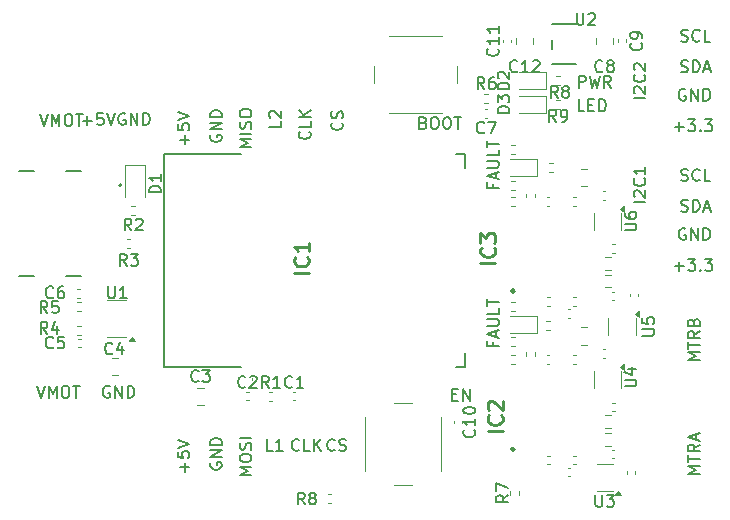
<source format=gbr>
%TF.GenerationSoftware,KiCad,Pcbnew,9.0.3*%
%TF.CreationDate,2025-08-10T23:59:10-04:00*%
%TF.ProjectId,Hydra_Driver_Shield,48796472-615f-4447-9269-7665725f5368,rev?*%
%TF.SameCoordinates,Original*%
%TF.FileFunction,Legend,Top*%
%TF.FilePolarity,Positive*%
%FSLAX46Y46*%
G04 Gerber Fmt 4.6, Leading zero omitted, Abs format (unit mm)*
G04 Created by KiCad (PCBNEW 9.0.3) date 2025-08-10 23:59:10*
%MOMM*%
%LPD*%
G01*
G04 APERTURE LIST*
%ADD10C,0.150000*%
%ADD11C,0.254000*%
%ADD12C,0.120000*%
%ADD13C,0.200000*%
%ADD14C,0.100000*%
%ADD15C,0.152400*%
%ADD16C,0.250000*%
G04 APERTURE END LIST*
D10*
X53469819Y-16063220D02*
X52469819Y-16063220D01*
X52565057Y-15634649D02*
X52517438Y-15587030D01*
X52517438Y-15587030D02*
X52469819Y-15491792D01*
X52469819Y-15491792D02*
X52469819Y-15253697D01*
X52469819Y-15253697D02*
X52517438Y-15158459D01*
X52517438Y-15158459D02*
X52565057Y-15110840D01*
X52565057Y-15110840D02*
X52660295Y-15063221D01*
X52660295Y-15063221D02*
X52755533Y-15063221D01*
X52755533Y-15063221D02*
X52898390Y-15110840D01*
X52898390Y-15110840D02*
X53469819Y-15682268D01*
X53469819Y-15682268D02*
X53469819Y-15063221D01*
X53374580Y-14063221D02*
X53422200Y-14110840D01*
X53422200Y-14110840D02*
X53469819Y-14253697D01*
X53469819Y-14253697D02*
X53469819Y-14348935D01*
X53469819Y-14348935D02*
X53422200Y-14491792D01*
X53422200Y-14491792D02*
X53326961Y-14587030D01*
X53326961Y-14587030D02*
X53231723Y-14634649D01*
X53231723Y-14634649D02*
X53041247Y-14682268D01*
X53041247Y-14682268D02*
X52898390Y-14682268D01*
X52898390Y-14682268D02*
X52707914Y-14634649D01*
X52707914Y-14634649D02*
X52612676Y-14587030D01*
X52612676Y-14587030D02*
X52517438Y-14491792D01*
X52517438Y-14491792D02*
X52469819Y-14348935D01*
X52469819Y-14348935D02*
X52469819Y-14253697D01*
X52469819Y-14253697D02*
X52517438Y-14110840D01*
X52517438Y-14110840D02*
X52565057Y-14063221D01*
X53469819Y-13110840D02*
X53469819Y-13682268D01*
X53469819Y-13396554D02*
X52469819Y-13396554D01*
X52469819Y-13396554D02*
X52612676Y-13491792D01*
X52612676Y-13491792D02*
X52707914Y-13587030D01*
X52707914Y-13587030D02*
X52755533Y-13682268D01*
X24158207Y-37024580D02*
X24110588Y-37072200D01*
X24110588Y-37072200D02*
X23967731Y-37119819D01*
X23967731Y-37119819D02*
X23872493Y-37119819D01*
X23872493Y-37119819D02*
X23729636Y-37072200D01*
X23729636Y-37072200D02*
X23634398Y-36976961D01*
X23634398Y-36976961D02*
X23586779Y-36881723D01*
X23586779Y-36881723D02*
X23539160Y-36691247D01*
X23539160Y-36691247D02*
X23539160Y-36548390D01*
X23539160Y-36548390D02*
X23586779Y-36357914D01*
X23586779Y-36357914D02*
X23634398Y-36262676D01*
X23634398Y-36262676D02*
X23729636Y-36167438D01*
X23729636Y-36167438D02*
X23872493Y-36119819D01*
X23872493Y-36119819D02*
X23967731Y-36119819D01*
X23967731Y-36119819D02*
X24110588Y-36167438D01*
X24110588Y-36167438D02*
X24158207Y-36215057D01*
X25062969Y-37119819D02*
X24586779Y-37119819D01*
X24586779Y-37119819D02*
X24586779Y-36119819D01*
X25396303Y-37119819D02*
X25396303Y-36119819D01*
X25967731Y-37119819D02*
X25539160Y-36548390D01*
X25967731Y-36119819D02*
X25396303Y-36691247D01*
X1943922Y-31619819D02*
X2277255Y-32619819D01*
X2277255Y-32619819D02*
X2610588Y-31619819D01*
X2943922Y-32619819D02*
X2943922Y-31619819D01*
X2943922Y-31619819D02*
X3277255Y-32334104D01*
X3277255Y-32334104D02*
X3610588Y-31619819D01*
X3610588Y-31619819D02*
X3610588Y-32619819D01*
X4277255Y-31619819D02*
X4467731Y-31619819D01*
X4467731Y-31619819D02*
X4562969Y-31667438D01*
X4562969Y-31667438D02*
X4658207Y-31762676D01*
X4658207Y-31762676D02*
X4705826Y-31953152D01*
X4705826Y-31953152D02*
X4705826Y-32286485D01*
X4705826Y-32286485D02*
X4658207Y-32476961D01*
X4658207Y-32476961D02*
X4562969Y-32572200D01*
X4562969Y-32572200D02*
X4467731Y-32619819D01*
X4467731Y-32619819D02*
X4277255Y-32619819D01*
X4277255Y-32619819D02*
X4182017Y-32572200D01*
X4182017Y-32572200D02*
X4086779Y-32476961D01*
X4086779Y-32476961D02*
X4039160Y-32286485D01*
X4039160Y-32286485D02*
X4039160Y-31953152D01*
X4039160Y-31953152D02*
X4086779Y-31762676D01*
X4086779Y-31762676D02*
X4182017Y-31667438D01*
X4182017Y-31667438D02*
X4277255Y-31619819D01*
X4991541Y-31619819D02*
X5562969Y-31619819D01*
X5277255Y-32619819D02*
X5277255Y-31619819D01*
X55936779Y-9688866D02*
X56698684Y-9688866D01*
X56317731Y-10069819D02*
X56317731Y-9307914D01*
X57079636Y-9069819D02*
X57698683Y-9069819D01*
X57698683Y-9069819D02*
X57365350Y-9450771D01*
X57365350Y-9450771D02*
X57508207Y-9450771D01*
X57508207Y-9450771D02*
X57603445Y-9498390D01*
X57603445Y-9498390D02*
X57651064Y-9546009D01*
X57651064Y-9546009D02*
X57698683Y-9641247D01*
X57698683Y-9641247D02*
X57698683Y-9879342D01*
X57698683Y-9879342D02*
X57651064Y-9974580D01*
X57651064Y-9974580D02*
X57603445Y-10022200D01*
X57603445Y-10022200D02*
X57508207Y-10069819D01*
X57508207Y-10069819D02*
X57222493Y-10069819D01*
X57222493Y-10069819D02*
X57127255Y-10022200D01*
X57127255Y-10022200D02*
X57079636Y-9974580D01*
X58127255Y-9974580D02*
X58174874Y-10022200D01*
X58174874Y-10022200D02*
X58127255Y-10069819D01*
X58127255Y-10069819D02*
X58079636Y-10022200D01*
X58079636Y-10022200D02*
X58127255Y-9974580D01*
X58127255Y-9974580D02*
X58127255Y-10069819D01*
X58508207Y-9069819D02*
X59127254Y-9069819D01*
X59127254Y-9069819D02*
X58793921Y-9450771D01*
X58793921Y-9450771D02*
X58936778Y-9450771D01*
X58936778Y-9450771D02*
X59032016Y-9498390D01*
X59032016Y-9498390D02*
X59079635Y-9546009D01*
X59079635Y-9546009D02*
X59127254Y-9641247D01*
X59127254Y-9641247D02*
X59127254Y-9879342D01*
X59127254Y-9879342D02*
X59079635Y-9974580D01*
X59079635Y-9974580D02*
X59032016Y-10022200D01*
X59032016Y-10022200D02*
X58936778Y-10069819D01*
X58936778Y-10069819D02*
X58651064Y-10069819D01*
X58651064Y-10069819D02*
X58555826Y-10022200D01*
X58555826Y-10022200D02*
X58508207Y-9974580D01*
X47836779Y-6369819D02*
X47836779Y-5369819D01*
X47836779Y-5369819D02*
X48217731Y-5369819D01*
X48217731Y-5369819D02*
X48312969Y-5417438D01*
X48312969Y-5417438D02*
X48360588Y-5465057D01*
X48360588Y-5465057D02*
X48408207Y-5560295D01*
X48408207Y-5560295D02*
X48408207Y-5703152D01*
X48408207Y-5703152D02*
X48360588Y-5798390D01*
X48360588Y-5798390D02*
X48312969Y-5846009D01*
X48312969Y-5846009D02*
X48217731Y-5893628D01*
X48217731Y-5893628D02*
X47836779Y-5893628D01*
X48741541Y-5369819D02*
X48979636Y-6369819D01*
X48979636Y-6369819D02*
X49170112Y-5655533D01*
X49170112Y-5655533D02*
X49360588Y-6369819D01*
X49360588Y-6369819D02*
X49598684Y-5369819D01*
X50551064Y-6369819D02*
X50217731Y-5893628D01*
X49979636Y-6369819D02*
X49979636Y-5369819D01*
X49979636Y-5369819D02*
X50360588Y-5369819D01*
X50360588Y-5369819D02*
X50455826Y-5417438D01*
X50455826Y-5417438D02*
X50503445Y-5465057D01*
X50503445Y-5465057D02*
X50551064Y-5560295D01*
X50551064Y-5560295D02*
X50551064Y-5703152D01*
X50551064Y-5703152D02*
X50503445Y-5798390D01*
X50503445Y-5798390D02*
X50455826Y-5846009D01*
X50455826Y-5846009D02*
X50360588Y-5893628D01*
X50360588Y-5893628D02*
X49979636Y-5893628D01*
X20119819Y-39163220D02*
X19119819Y-39163220D01*
X19119819Y-39163220D02*
X19834104Y-38829887D01*
X19834104Y-38829887D02*
X19119819Y-38496554D01*
X19119819Y-38496554D02*
X20119819Y-38496554D01*
X19119819Y-37829887D02*
X19119819Y-37639411D01*
X19119819Y-37639411D02*
X19167438Y-37544173D01*
X19167438Y-37544173D02*
X19262676Y-37448935D01*
X19262676Y-37448935D02*
X19453152Y-37401316D01*
X19453152Y-37401316D02*
X19786485Y-37401316D01*
X19786485Y-37401316D02*
X19976961Y-37448935D01*
X19976961Y-37448935D02*
X20072200Y-37544173D01*
X20072200Y-37544173D02*
X20119819Y-37639411D01*
X20119819Y-37639411D02*
X20119819Y-37829887D01*
X20119819Y-37829887D02*
X20072200Y-37925125D01*
X20072200Y-37925125D02*
X19976961Y-38020363D01*
X19976961Y-38020363D02*
X19786485Y-38067982D01*
X19786485Y-38067982D02*
X19453152Y-38067982D01*
X19453152Y-38067982D02*
X19262676Y-38020363D01*
X19262676Y-38020363D02*
X19167438Y-37925125D01*
X19167438Y-37925125D02*
X19119819Y-37829887D01*
X20072200Y-37020363D02*
X20119819Y-36877506D01*
X20119819Y-36877506D02*
X20119819Y-36639411D01*
X20119819Y-36639411D02*
X20072200Y-36544173D01*
X20072200Y-36544173D02*
X20024580Y-36496554D01*
X20024580Y-36496554D02*
X19929342Y-36448935D01*
X19929342Y-36448935D02*
X19834104Y-36448935D01*
X19834104Y-36448935D02*
X19738866Y-36496554D01*
X19738866Y-36496554D02*
X19691247Y-36544173D01*
X19691247Y-36544173D02*
X19643628Y-36639411D01*
X19643628Y-36639411D02*
X19596009Y-36829887D01*
X19596009Y-36829887D02*
X19548390Y-36925125D01*
X19548390Y-36925125D02*
X19500771Y-36972744D01*
X19500771Y-36972744D02*
X19405533Y-37020363D01*
X19405533Y-37020363D02*
X19310295Y-37020363D01*
X19310295Y-37020363D02*
X19215057Y-36972744D01*
X19215057Y-36972744D02*
X19167438Y-36925125D01*
X19167438Y-36925125D02*
X19119819Y-36829887D01*
X19119819Y-36829887D02*
X19119819Y-36591792D01*
X19119819Y-36591792D02*
X19167438Y-36448935D01*
X20119819Y-36020363D02*
X19119819Y-36020363D01*
X14488866Y-38913220D02*
X14488866Y-38151316D01*
X14869819Y-38532268D02*
X14107914Y-38532268D01*
X13869819Y-37198935D02*
X13869819Y-37675125D01*
X13869819Y-37675125D02*
X14346009Y-37722744D01*
X14346009Y-37722744D02*
X14298390Y-37675125D01*
X14298390Y-37675125D02*
X14250771Y-37579887D01*
X14250771Y-37579887D02*
X14250771Y-37341792D01*
X14250771Y-37341792D02*
X14298390Y-37246554D01*
X14298390Y-37246554D02*
X14346009Y-37198935D01*
X14346009Y-37198935D02*
X14441247Y-37151316D01*
X14441247Y-37151316D02*
X14679342Y-37151316D01*
X14679342Y-37151316D02*
X14774580Y-37198935D01*
X14774580Y-37198935D02*
X14822200Y-37246554D01*
X14822200Y-37246554D02*
X14869819Y-37341792D01*
X14869819Y-37341792D02*
X14869819Y-37579887D01*
X14869819Y-37579887D02*
X14822200Y-37675125D01*
X14822200Y-37675125D02*
X14774580Y-37722744D01*
X13869819Y-36865601D02*
X14869819Y-36532268D01*
X14869819Y-36532268D02*
X13869819Y-36198935D01*
X5836779Y-9158866D02*
X6598684Y-9158866D01*
X6217731Y-9539819D02*
X6217731Y-8777914D01*
X7551064Y-8539819D02*
X7074874Y-8539819D01*
X7074874Y-8539819D02*
X7027255Y-9016009D01*
X7027255Y-9016009D02*
X7074874Y-8968390D01*
X7074874Y-8968390D02*
X7170112Y-8920771D01*
X7170112Y-8920771D02*
X7408207Y-8920771D01*
X7408207Y-8920771D02*
X7503445Y-8968390D01*
X7503445Y-8968390D02*
X7551064Y-9016009D01*
X7551064Y-9016009D02*
X7598683Y-9111247D01*
X7598683Y-9111247D02*
X7598683Y-9349342D01*
X7598683Y-9349342D02*
X7551064Y-9444580D01*
X7551064Y-9444580D02*
X7503445Y-9492200D01*
X7503445Y-9492200D02*
X7408207Y-9539819D01*
X7408207Y-9539819D02*
X7170112Y-9539819D01*
X7170112Y-9539819D02*
X7074874Y-9492200D01*
X7074874Y-9492200D02*
X7027255Y-9444580D01*
X7884398Y-8539819D02*
X8217731Y-9539819D01*
X8217731Y-9539819D02*
X8551064Y-8539819D01*
X21912969Y-37119819D02*
X21436779Y-37119819D01*
X21436779Y-37119819D02*
X21436779Y-36119819D01*
X22770112Y-37119819D02*
X22198684Y-37119819D01*
X22484398Y-37119819D02*
X22484398Y-36119819D01*
X22484398Y-36119819D02*
X22389160Y-36262676D01*
X22389160Y-36262676D02*
X22293922Y-36357914D01*
X22293922Y-36357914D02*
X22198684Y-36405533D01*
X56489160Y-5022200D02*
X56632017Y-5069819D01*
X56632017Y-5069819D02*
X56870112Y-5069819D01*
X56870112Y-5069819D02*
X56965350Y-5022200D01*
X56965350Y-5022200D02*
X57012969Y-4974580D01*
X57012969Y-4974580D02*
X57060588Y-4879342D01*
X57060588Y-4879342D02*
X57060588Y-4784104D01*
X57060588Y-4784104D02*
X57012969Y-4688866D01*
X57012969Y-4688866D02*
X56965350Y-4641247D01*
X56965350Y-4641247D02*
X56870112Y-4593628D01*
X56870112Y-4593628D02*
X56679636Y-4546009D01*
X56679636Y-4546009D02*
X56584398Y-4498390D01*
X56584398Y-4498390D02*
X56536779Y-4450771D01*
X56536779Y-4450771D02*
X56489160Y-4355533D01*
X56489160Y-4355533D02*
X56489160Y-4260295D01*
X56489160Y-4260295D02*
X56536779Y-4165057D01*
X56536779Y-4165057D02*
X56584398Y-4117438D01*
X56584398Y-4117438D02*
X56679636Y-4069819D01*
X56679636Y-4069819D02*
X56917731Y-4069819D01*
X56917731Y-4069819D02*
X57060588Y-4117438D01*
X57489160Y-5069819D02*
X57489160Y-4069819D01*
X57489160Y-4069819D02*
X57727255Y-4069819D01*
X57727255Y-4069819D02*
X57870112Y-4117438D01*
X57870112Y-4117438D02*
X57965350Y-4212676D01*
X57965350Y-4212676D02*
X58012969Y-4307914D01*
X58012969Y-4307914D02*
X58060588Y-4498390D01*
X58060588Y-4498390D02*
X58060588Y-4641247D01*
X58060588Y-4641247D02*
X58012969Y-4831723D01*
X58012969Y-4831723D02*
X57965350Y-4926961D01*
X57965350Y-4926961D02*
X57870112Y-5022200D01*
X57870112Y-5022200D02*
X57727255Y-5069819D01*
X57727255Y-5069819D02*
X57489160Y-5069819D01*
X58441541Y-4784104D02*
X58917731Y-4784104D01*
X58346303Y-5069819D02*
X58679636Y-4069819D01*
X58679636Y-4069819D02*
X59012969Y-5069819D01*
X40546009Y-27929887D02*
X40546009Y-28263220D01*
X41069819Y-28263220D02*
X40069819Y-28263220D01*
X40069819Y-28263220D02*
X40069819Y-27787030D01*
X40784104Y-27453696D02*
X40784104Y-26977506D01*
X41069819Y-27548934D02*
X40069819Y-27215601D01*
X40069819Y-27215601D02*
X41069819Y-26882268D01*
X40069819Y-26548934D02*
X40879342Y-26548934D01*
X40879342Y-26548934D02*
X40974580Y-26501315D01*
X40974580Y-26501315D02*
X41022200Y-26453696D01*
X41022200Y-26453696D02*
X41069819Y-26358458D01*
X41069819Y-26358458D02*
X41069819Y-26167982D01*
X41069819Y-26167982D02*
X41022200Y-26072744D01*
X41022200Y-26072744D02*
X40974580Y-26025125D01*
X40974580Y-26025125D02*
X40879342Y-25977506D01*
X40879342Y-25977506D02*
X40069819Y-25977506D01*
X41069819Y-25025125D02*
X41069819Y-25501315D01*
X41069819Y-25501315D02*
X40069819Y-25501315D01*
X40069819Y-24834648D02*
X40069819Y-24263220D01*
X41069819Y-24548934D02*
X40069819Y-24548934D01*
X25024580Y-10091792D02*
X25072200Y-10139411D01*
X25072200Y-10139411D02*
X25119819Y-10282268D01*
X25119819Y-10282268D02*
X25119819Y-10377506D01*
X25119819Y-10377506D02*
X25072200Y-10520363D01*
X25072200Y-10520363D02*
X24976961Y-10615601D01*
X24976961Y-10615601D02*
X24881723Y-10663220D01*
X24881723Y-10663220D02*
X24691247Y-10710839D01*
X24691247Y-10710839D02*
X24548390Y-10710839D01*
X24548390Y-10710839D02*
X24357914Y-10663220D01*
X24357914Y-10663220D02*
X24262676Y-10615601D01*
X24262676Y-10615601D02*
X24167438Y-10520363D01*
X24167438Y-10520363D02*
X24119819Y-10377506D01*
X24119819Y-10377506D02*
X24119819Y-10282268D01*
X24119819Y-10282268D02*
X24167438Y-10139411D01*
X24167438Y-10139411D02*
X24215057Y-10091792D01*
X25119819Y-9187030D02*
X25119819Y-9663220D01*
X25119819Y-9663220D02*
X24119819Y-9663220D01*
X25119819Y-8853696D02*
X24119819Y-8853696D01*
X25119819Y-8282268D02*
X24548390Y-8710839D01*
X24119819Y-8282268D02*
X24691247Y-8853696D01*
X16667438Y-10389411D02*
X16619819Y-10484649D01*
X16619819Y-10484649D02*
X16619819Y-10627506D01*
X16619819Y-10627506D02*
X16667438Y-10770363D01*
X16667438Y-10770363D02*
X16762676Y-10865601D01*
X16762676Y-10865601D02*
X16857914Y-10913220D01*
X16857914Y-10913220D02*
X17048390Y-10960839D01*
X17048390Y-10960839D02*
X17191247Y-10960839D01*
X17191247Y-10960839D02*
X17381723Y-10913220D01*
X17381723Y-10913220D02*
X17476961Y-10865601D01*
X17476961Y-10865601D02*
X17572200Y-10770363D01*
X17572200Y-10770363D02*
X17619819Y-10627506D01*
X17619819Y-10627506D02*
X17619819Y-10532268D01*
X17619819Y-10532268D02*
X17572200Y-10389411D01*
X17572200Y-10389411D02*
X17524580Y-10341792D01*
X17524580Y-10341792D02*
X17191247Y-10341792D01*
X17191247Y-10341792D02*
X17191247Y-10532268D01*
X17619819Y-9913220D02*
X16619819Y-9913220D01*
X16619819Y-9913220D02*
X17619819Y-9341792D01*
X17619819Y-9341792D02*
X16619819Y-9341792D01*
X17619819Y-8865601D02*
X16619819Y-8865601D01*
X16619819Y-8865601D02*
X16619819Y-8627506D01*
X16619819Y-8627506D02*
X16667438Y-8484649D01*
X16667438Y-8484649D02*
X16762676Y-8389411D01*
X16762676Y-8389411D02*
X16857914Y-8341792D01*
X16857914Y-8341792D02*
X17048390Y-8294173D01*
X17048390Y-8294173D02*
X17191247Y-8294173D01*
X17191247Y-8294173D02*
X17381723Y-8341792D01*
X17381723Y-8341792D02*
X17476961Y-8389411D01*
X17476961Y-8389411D02*
X17572200Y-8484649D01*
X17572200Y-8484649D02*
X17619819Y-8627506D01*
X17619819Y-8627506D02*
X17619819Y-8865601D01*
X56489160Y-2422200D02*
X56632017Y-2469819D01*
X56632017Y-2469819D02*
X56870112Y-2469819D01*
X56870112Y-2469819D02*
X56965350Y-2422200D01*
X56965350Y-2422200D02*
X57012969Y-2374580D01*
X57012969Y-2374580D02*
X57060588Y-2279342D01*
X57060588Y-2279342D02*
X57060588Y-2184104D01*
X57060588Y-2184104D02*
X57012969Y-2088866D01*
X57012969Y-2088866D02*
X56965350Y-2041247D01*
X56965350Y-2041247D02*
X56870112Y-1993628D01*
X56870112Y-1993628D02*
X56679636Y-1946009D01*
X56679636Y-1946009D02*
X56584398Y-1898390D01*
X56584398Y-1898390D02*
X56536779Y-1850771D01*
X56536779Y-1850771D02*
X56489160Y-1755533D01*
X56489160Y-1755533D02*
X56489160Y-1660295D01*
X56489160Y-1660295D02*
X56536779Y-1565057D01*
X56536779Y-1565057D02*
X56584398Y-1517438D01*
X56584398Y-1517438D02*
X56679636Y-1469819D01*
X56679636Y-1469819D02*
X56917731Y-1469819D01*
X56917731Y-1469819D02*
X57060588Y-1517438D01*
X58060588Y-2374580D02*
X58012969Y-2422200D01*
X58012969Y-2422200D02*
X57870112Y-2469819D01*
X57870112Y-2469819D02*
X57774874Y-2469819D01*
X57774874Y-2469819D02*
X57632017Y-2422200D01*
X57632017Y-2422200D02*
X57536779Y-2326961D01*
X57536779Y-2326961D02*
X57489160Y-2231723D01*
X57489160Y-2231723D02*
X57441541Y-2041247D01*
X57441541Y-2041247D02*
X57441541Y-1898390D01*
X57441541Y-1898390D02*
X57489160Y-1707914D01*
X57489160Y-1707914D02*
X57536779Y-1612676D01*
X57536779Y-1612676D02*
X57632017Y-1517438D01*
X57632017Y-1517438D02*
X57774874Y-1469819D01*
X57774874Y-1469819D02*
X57870112Y-1469819D01*
X57870112Y-1469819D02*
X58012969Y-1517438D01*
X58012969Y-1517438D02*
X58060588Y-1565057D01*
X58965350Y-2469819D02*
X58489160Y-2469819D01*
X58489160Y-2469819D02*
X58489160Y-1469819D01*
X55936779Y-21488866D02*
X56698684Y-21488866D01*
X56317731Y-21869819D02*
X56317731Y-21107914D01*
X57079636Y-20869819D02*
X57698683Y-20869819D01*
X57698683Y-20869819D02*
X57365350Y-21250771D01*
X57365350Y-21250771D02*
X57508207Y-21250771D01*
X57508207Y-21250771D02*
X57603445Y-21298390D01*
X57603445Y-21298390D02*
X57651064Y-21346009D01*
X57651064Y-21346009D02*
X57698683Y-21441247D01*
X57698683Y-21441247D02*
X57698683Y-21679342D01*
X57698683Y-21679342D02*
X57651064Y-21774580D01*
X57651064Y-21774580D02*
X57603445Y-21822200D01*
X57603445Y-21822200D02*
X57508207Y-21869819D01*
X57508207Y-21869819D02*
X57222493Y-21869819D01*
X57222493Y-21869819D02*
X57127255Y-21822200D01*
X57127255Y-21822200D02*
X57079636Y-21774580D01*
X58127255Y-21774580D02*
X58174874Y-21822200D01*
X58174874Y-21822200D02*
X58127255Y-21869819D01*
X58127255Y-21869819D02*
X58079636Y-21822200D01*
X58079636Y-21822200D02*
X58127255Y-21774580D01*
X58127255Y-21774580D02*
X58127255Y-21869819D01*
X58508207Y-20869819D02*
X59127254Y-20869819D01*
X59127254Y-20869819D02*
X58793921Y-21250771D01*
X58793921Y-21250771D02*
X58936778Y-21250771D01*
X58936778Y-21250771D02*
X59032016Y-21298390D01*
X59032016Y-21298390D02*
X59079635Y-21346009D01*
X59079635Y-21346009D02*
X59127254Y-21441247D01*
X59127254Y-21441247D02*
X59127254Y-21679342D01*
X59127254Y-21679342D02*
X59079635Y-21774580D01*
X59079635Y-21774580D02*
X59032016Y-21822200D01*
X59032016Y-21822200D02*
X58936778Y-21869819D01*
X58936778Y-21869819D02*
X58651064Y-21869819D01*
X58651064Y-21869819D02*
X58555826Y-21822200D01*
X58555826Y-21822200D02*
X58508207Y-21774580D01*
X56860588Y-18317438D02*
X56765350Y-18269819D01*
X56765350Y-18269819D02*
X56622493Y-18269819D01*
X56622493Y-18269819D02*
X56479636Y-18317438D01*
X56479636Y-18317438D02*
X56384398Y-18412676D01*
X56384398Y-18412676D02*
X56336779Y-18507914D01*
X56336779Y-18507914D02*
X56289160Y-18698390D01*
X56289160Y-18698390D02*
X56289160Y-18841247D01*
X56289160Y-18841247D02*
X56336779Y-19031723D01*
X56336779Y-19031723D02*
X56384398Y-19126961D01*
X56384398Y-19126961D02*
X56479636Y-19222200D01*
X56479636Y-19222200D02*
X56622493Y-19269819D01*
X56622493Y-19269819D02*
X56717731Y-19269819D01*
X56717731Y-19269819D02*
X56860588Y-19222200D01*
X56860588Y-19222200D02*
X56908207Y-19174580D01*
X56908207Y-19174580D02*
X56908207Y-18841247D01*
X56908207Y-18841247D02*
X56717731Y-18841247D01*
X57336779Y-19269819D02*
X57336779Y-18269819D01*
X57336779Y-18269819D02*
X57908207Y-19269819D01*
X57908207Y-19269819D02*
X57908207Y-18269819D01*
X58384398Y-19269819D02*
X58384398Y-18269819D01*
X58384398Y-18269819D02*
X58622493Y-18269819D01*
X58622493Y-18269819D02*
X58765350Y-18317438D01*
X58765350Y-18317438D02*
X58860588Y-18412676D01*
X58860588Y-18412676D02*
X58908207Y-18507914D01*
X58908207Y-18507914D02*
X58955826Y-18698390D01*
X58955826Y-18698390D02*
X58955826Y-18841247D01*
X58955826Y-18841247D02*
X58908207Y-19031723D01*
X58908207Y-19031723D02*
X58860588Y-19126961D01*
X58860588Y-19126961D02*
X58765350Y-19222200D01*
X58765350Y-19222200D02*
X58622493Y-19269819D01*
X58622493Y-19269819D02*
X58384398Y-19269819D01*
X56489160Y-16822200D02*
X56632017Y-16869819D01*
X56632017Y-16869819D02*
X56870112Y-16869819D01*
X56870112Y-16869819D02*
X56965350Y-16822200D01*
X56965350Y-16822200D02*
X57012969Y-16774580D01*
X57012969Y-16774580D02*
X57060588Y-16679342D01*
X57060588Y-16679342D02*
X57060588Y-16584104D01*
X57060588Y-16584104D02*
X57012969Y-16488866D01*
X57012969Y-16488866D02*
X56965350Y-16441247D01*
X56965350Y-16441247D02*
X56870112Y-16393628D01*
X56870112Y-16393628D02*
X56679636Y-16346009D01*
X56679636Y-16346009D02*
X56584398Y-16298390D01*
X56584398Y-16298390D02*
X56536779Y-16250771D01*
X56536779Y-16250771D02*
X56489160Y-16155533D01*
X56489160Y-16155533D02*
X56489160Y-16060295D01*
X56489160Y-16060295D02*
X56536779Y-15965057D01*
X56536779Y-15965057D02*
X56584398Y-15917438D01*
X56584398Y-15917438D02*
X56679636Y-15869819D01*
X56679636Y-15869819D02*
X56917731Y-15869819D01*
X56917731Y-15869819D02*
X57060588Y-15917438D01*
X57489160Y-16869819D02*
X57489160Y-15869819D01*
X57489160Y-15869819D02*
X57727255Y-15869819D01*
X57727255Y-15869819D02*
X57870112Y-15917438D01*
X57870112Y-15917438D02*
X57965350Y-16012676D01*
X57965350Y-16012676D02*
X58012969Y-16107914D01*
X58012969Y-16107914D02*
X58060588Y-16298390D01*
X58060588Y-16298390D02*
X58060588Y-16441247D01*
X58060588Y-16441247D02*
X58012969Y-16631723D01*
X58012969Y-16631723D02*
X57965350Y-16726961D01*
X57965350Y-16726961D02*
X57870112Y-16822200D01*
X57870112Y-16822200D02*
X57727255Y-16869819D01*
X57727255Y-16869819D02*
X57489160Y-16869819D01*
X58441541Y-16584104D02*
X58917731Y-16584104D01*
X58346303Y-16869819D02*
X58679636Y-15869819D01*
X58679636Y-15869819D02*
X59012969Y-16869819D01*
X34670112Y-9346009D02*
X34812969Y-9393628D01*
X34812969Y-9393628D02*
X34860588Y-9441247D01*
X34860588Y-9441247D02*
X34908207Y-9536485D01*
X34908207Y-9536485D02*
X34908207Y-9679342D01*
X34908207Y-9679342D02*
X34860588Y-9774580D01*
X34860588Y-9774580D02*
X34812969Y-9822200D01*
X34812969Y-9822200D02*
X34717731Y-9869819D01*
X34717731Y-9869819D02*
X34336779Y-9869819D01*
X34336779Y-9869819D02*
X34336779Y-8869819D01*
X34336779Y-8869819D02*
X34670112Y-8869819D01*
X34670112Y-8869819D02*
X34765350Y-8917438D01*
X34765350Y-8917438D02*
X34812969Y-8965057D01*
X34812969Y-8965057D02*
X34860588Y-9060295D01*
X34860588Y-9060295D02*
X34860588Y-9155533D01*
X34860588Y-9155533D02*
X34812969Y-9250771D01*
X34812969Y-9250771D02*
X34765350Y-9298390D01*
X34765350Y-9298390D02*
X34670112Y-9346009D01*
X34670112Y-9346009D02*
X34336779Y-9346009D01*
X35527255Y-8869819D02*
X35717731Y-8869819D01*
X35717731Y-8869819D02*
X35812969Y-8917438D01*
X35812969Y-8917438D02*
X35908207Y-9012676D01*
X35908207Y-9012676D02*
X35955826Y-9203152D01*
X35955826Y-9203152D02*
X35955826Y-9536485D01*
X35955826Y-9536485D02*
X35908207Y-9726961D01*
X35908207Y-9726961D02*
X35812969Y-9822200D01*
X35812969Y-9822200D02*
X35717731Y-9869819D01*
X35717731Y-9869819D02*
X35527255Y-9869819D01*
X35527255Y-9869819D02*
X35432017Y-9822200D01*
X35432017Y-9822200D02*
X35336779Y-9726961D01*
X35336779Y-9726961D02*
X35289160Y-9536485D01*
X35289160Y-9536485D02*
X35289160Y-9203152D01*
X35289160Y-9203152D02*
X35336779Y-9012676D01*
X35336779Y-9012676D02*
X35432017Y-8917438D01*
X35432017Y-8917438D02*
X35527255Y-8869819D01*
X36574874Y-8869819D02*
X36765350Y-8869819D01*
X36765350Y-8869819D02*
X36860588Y-8917438D01*
X36860588Y-8917438D02*
X36955826Y-9012676D01*
X36955826Y-9012676D02*
X37003445Y-9203152D01*
X37003445Y-9203152D02*
X37003445Y-9536485D01*
X37003445Y-9536485D02*
X36955826Y-9726961D01*
X36955826Y-9726961D02*
X36860588Y-9822200D01*
X36860588Y-9822200D02*
X36765350Y-9869819D01*
X36765350Y-9869819D02*
X36574874Y-9869819D01*
X36574874Y-9869819D02*
X36479636Y-9822200D01*
X36479636Y-9822200D02*
X36384398Y-9726961D01*
X36384398Y-9726961D02*
X36336779Y-9536485D01*
X36336779Y-9536485D02*
X36336779Y-9203152D01*
X36336779Y-9203152D02*
X36384398Y-9012676D01*
X36384398Y-9012676D02*
X36479636Y-8917438D01*
X36479636Y-8917438D02*
X36574874Y-8869819D01*
X37289160Y-8869819D02*
X37860588Y-8869819D01*
X37574874Y-9869819D02*
X37574874Y-8869819D01*
X53469819Y-7263220D02*
X52469819Y-7263220D01*
X52565057Y-6834649D02*
X52517438Y-6787030D01*
X52517438Y-6787030D02*
X52469819Y-6691792D01*
X52469819Y-6691792D02*
X52469819Y-6453697D01*
X52469819Y-6453697D02*
X52517438Y-6358459D01*
X52517438Y-6358459D02*
X52565057Y-6310840D01*
X52565057Y-6310840D02*
X52660295Y-6263221D01*
X52660295Y-6263221D02*
X52755533Y-6263221D01*
X52755533Y-6263221D02*
X52898390Y-6310840D01*
X52898390Y-6310840D02*
X53469819Y-6882268D01*
X53469819Y-6882268D02*
X53469819Y-6263221D01*
X53374580Y-5263221D02*
X53422200Y-5310840D01*
X53422200Y-5310840D02*
X53469819Y-5453697D01*
X53469819Y-5453697D02*
X53469819Y-5548935D01*
X53469819Y-5548935D02*
X53422200Y-5691792D01*
X53422200Y-5691792D02*
X53326961Y-5787030D01*
X53326961Y-5787030D02*
X53231723Y-5834649D01*
X53231723Y-5834649D02*
X53041247Y-5882268D01*
X53041247Y-5882268D02*
X52898390Y-5882268D01*
X52898390Y-5882268D02*
X52707914Y-5834649D01*
X52707914Y-5834649D02*
X52612676Y-5787030D01*
X52612676Y-5787030D02*
X52517438Y-5691792D01*
X52517438Y-5691792D02*
X52469819Y-5548935D01*
X52469819Y-5548935D02*
X52469819Y-5453697D01*
X52469819Y-5453697D02*
X52517438Y-5310840D01*
X52517438Y-5310840D02*
X52565057Y-5263221D01*
X52565057Y-4882268D02*
X52517438Y-4834649D01*
X52517438Y-4834649D02*
X52469819Y-4739411D01*
X52469819Y-4739411D02*
X52469819Y-4501316D01*
X52469819Y-4501316D02*
X52517438Y-4406078D01*
X52517438Y-4406078D02*
X52565057Y-4358459D01*
X52565057Y-4358459D02*
X52660295Y-4310840D01*
X52660295Y-4310840D02*
X52755533Y-4310840D01*
X52755533Y-4310840D02*
X52898390Y-4358459D01*
X52898390Y-4358459D02*
X53469819Y-4929887D01*
X53469819Y-4929887D02*
X53469819Y-4310840D01*
X56860588Y-6517438D02*
X56765350Y-6469819D01*
X56765350Y-6469819D02*
X56622493Y-6469819D01*
X56622493Y-6469819D02*
X56479636Y-6517438D01*
X56479636Y-6517438D02*
X56384398Y-6612676D01*
X56384398Y-6612676D02*
X56336779Y-6707914D01*
X56336779Y-6707914D02*
X56289160Y-6898390D01*
X56289160Y-6898390D02*
X56289160Y-7041247D01*
X56289160Y-7041247D02*
X56336779Y-7231723D01*
X56336779Y-7231723D02*
X56384398Y-7326961D01*
X56384398Y-7326961D02*
X56479636Y-7422200D01*
X56479636Y-7422200D02*
X56622493Y-7469819D01*
X56622493Y-7469819D02*
X56717731Y-7469819D01*
X56717731Y-7469819D02*
X56860588Y-7422200D01*
X56860588Y-7422200D02*
X56908207Y-7374580D01*
X56908207Y-7374580D02*
X56908207Y-7041247D01*
X56908207Y-7041247D02*
X56717731Y-7041247D01*
X57336779Y-7469819D02*
X57336779Y-6469819D01*
X57336779Y-6469819D02*
X57908207Y-7469819D01*
X57908207Y-7469819D02*
X57908207Y-6469819D01*
X58384398Y-7469819D02*
X58384398Y-6469819D01*
X58384398Y-6469819D02*
X58622493Y-6469819D01*
X58622493Y-6469819D02*
X58765350Y-6517438D01*
X58765350Y-6517438D02*
X58860588Y-6612676D01*
X58860588Y-6612676D02*
X58908207Y-6707914D01*
X58908207Y-6707914D02*
X58955826Y-6898390D01*
X58955826Y-6898390D02*
X58955826Y-7041247D01*
X58955826Y-7041247D02*
X58908207Y-7231723D01*
X58908207Y-7231723D02*
X58860588Y-7326961D01*
X58860588Y-7326961D02*
X58765350Y-7422200D01*
X58765350Y-7422200D02*
X58622493Y-7469819D01*
X58622493Y-7469819D02*
X58384398Y-7469819D01*
X58069819Y-29463220D02*
X57069819Y-29463220D01*
X57069819Y-29463220D02*
X57784104Y-29129887D01*
X57784104Y-29129887D02*
X57069819Y-28796554D01*
X57069819Y-28796554D02*
X58069819Y-28796554D01*
X57069819Y-28463220D02*
X57069819Y-27891792D01*
X58069819Y-28177506D02*
X57069819Y-28177506D01*
X58069819Y-26987030D02*
X57593628Y-27320363D01*
X58069819Y-27558458D02*
X57069819Y-27558458D01*
X57069819Y-27558458D02*
X57069819Y-27177506D01*
X57069819Y-27177506D02*
X57117438Y-27082268D01*
X57117438Y-27082268D02*
X57165057Y-27034649D01*
X57165057Y-27034649D02*
X57260295Y-26987030D01*
X57260295Y-26987030D02*
X57403152Y-26987030D01*
X57403152Y-26987030D02*
X57498390Y-27034649D01*
X57498390Y-27034649D02*
X57546009Y-27082268D01*
X57546009Y-27082268D02*
X57593628Y-27177506D01*
X57593628Y-27177506D02*
X57593628Y-27558458D01*
X57546009Y-26225125D02*
X57593628Y-26082268D01*
X57593628Y-26082268D02*
X57641247Y-26034649D01*
X57641247Y-26034649D02*
X57736485Y-25987030D01*
X57736485Y-25987030D02*
X57879342Y-25987030D01*
X57879342Y-25987030D02*
X57974580Y-26034649D01*
X57974580Y-26034649D02*
X58022200Y-26082268D01*
X58022200Y-26082268D02*
X58069819Y-26177506D01*
X58069819Y-26177506D02*
X58069819Y-26558458D01*
X58069819Y-26558458D02*
X57069819Y-26558458D01*
X57069819Y-26558458D02*
X57069819Y-26225125D01*
X57069819Y-26225125D02*
X57117438Y-26129887D01*
X57117438Y-26129887D02*
X57165057Y-26082268D01*
X57165057Y-26082268D02*
X57260295Y-26034649D01*
X57260295Y-26034649D02*
X57355533Y-26034649D01*
X57355533Y-26034649D02*
X57450771Y-26082268D01*
X57450771Y-26082268D02*
X57498390Y-26129887D01*
X57498390Y-26129887D02*
X57546009Y-26225125D01*
X57546009Y-26225125D02*
X57546009Y-26558458D01*
X16667438Y-38139411D02*
X16619819Y-38234649D01*
X16619819Y-38234649D02*
X16619819Y-38377506D01*
X16619819Y-38377506D02*
X16667438Y-38520363D01*
X16667438Y-38520363D02*
X16762676Y-38615601D01*
X16762676Y-38615601D02*
X16857914Y-38663220D01*
X16857914Y-38663220D02*
X17048390Y-38710839D01*
X17048390Y-38710839D02*
X17191247Y-38710839D01*
X17191247Y-38710839D02*
X17381723Y-38663220D01*
X17381723Y-38663220D02*
X17476961Y-38615601D01*
X17476961Y-38615601D02*
X17572200Y-38520363D01*
X17572200Y-38520363D02*
X17619819Y-38377506D01*
X17619819Y-38377506D02*
X17619819Y-38282268D01*
X17619819Y-38282268D02*
X17572200Y-38139411D01*
X17572200Y-38139411D02*
X17524580Y-38091792D01*
X17524580Y-38091792D02*
X17191247Y-38091792D01*
X17191247Y-38091792D02*
X17191247Y-38282268D01*
X17619819Y-37663220D02*
X16619819Y-37663220D01*
X16619819Y-37663220D02*
X17619819Y-37091792D01*
X17619819Y-37091792D02*
X16619819Y-37091792D01*
X17619819Y-36615601D02*
X16619819Y-36615601D01*
X16619819Y-36615601D02*
X16619819Y-36377506D01*
X16619819Y-36377506D02*
X16667438Y-36234649D01*
X16667438Y-36234649D02*
X16762676Y-36139411D01*
X16762676Y-36139411D02*
X16857914Y-36091792D01*
X16857914Y-36091792D02*
X17048390Y-36044173D01*
X17048390Y-36044173D02*
X17191247Y-36044173D01*
X17191247Y-36044173D02*
X17381723Y-36091792D01*
X17381723Y-36091792D02*
X17476961Y-36139411D01*
X17476961Y-36139411D02*
X17572200Y-36234649D01*
X17572200Y-36234649D02*
X17619819Y-36377506D01*
X17619819Y-36377506D02*
X17619819Y-36615601D01*
X9410588Y-8587438D02*
X9315350Y-8539819D01*
X9315350Y-8539819D02*
X9172493Y-8539819D01*
X9172493Y-8539819D02*
X9029636Y-8587438D01*
X9029636Y-8587438D02*
X8934398Y-8682676D01*
X8934398Y-8682676D02*
X8886779Y-8777914D01*
X8886779Y-8777914D02*
X8839160Y-8968390D01*
X8839160Y-8968390D02*
X8839160Y-9111247D01*
X8839160Y-9111247D02*
X8886779Y-9301723D01*
X8886779Y-9301723D02*
X8934398Y-9396961D01*
X8934398Y-9396961D02*
X9029636Y-9492200D01*
X9029636Y-9492200D02*
X9172493Y-9539819D01*
X9172493Y-9539819D02*
X9267731Y-9539819D01*
X9267731Y-9539819D02*
X9410588Y-9492200D01*
X9410588Y-9492200D02*
X9458207Y-9444580D01*
X9458207Y-9444580D02*
X9458207Y-9111247D01*
X9458207Y-9111247D02*
X9267731Y-9111247D01*
X9886779Y-9539819D02*
X9886779Y-8539819D01*
X9886779Y-8539819D02*
X10458207Y-9539819D01*
X10458207Y-9539819D02*
X10458207Y-8539819D01*
X10934398Y-9539819D02*
X10934398Y-8539819D01*
X10934398Y-8539819D02*
X11172493Y-8539819D01*
X11172493Y-8539819D02*
X11315350Y-8587438D01*
X11315350Y-8587438D02*
X11410588Y-8682676D01*
X11410588Y-8682676D02*
X11458207Y-8777914D01*
X11458207Y-8777914D02*
X11505826Y-8968390D01*
X11505826Y-8968390D02*
X11505826Y-9111247D01*
X11505826Y-9111247D02*
X11458207Y-9301723D01*
X11458207Y-9301723D02*
X11410588Y-9396961D01*
X11410588Y-9396961D02*
X11315350Y-9492200D01*
X11315350Y-9492200D02*
X11172493Y-9539819D01*
X11172493Y-9539819D02*
X10934398Y-9539819D01*
X20119819Y-11413220D02*
X19119819Y-11413220D01*
X19119819Y-11413220D02*
X19834104Y-11079887D01*
X19834104Y-11079887D02*
X19119819Y-10746554D01*
X19119819Y-10746554D02*
X20119819Y-10746554D01*
X20119819Y-10270363D02*
X19119819Y-10270363D01*
X20072200Y-9841792D02*
X20119819Y-9698935D01*
X20119819Y-9698935D02*
X20119819Y-9460840D01*
X20119819Y-9460840D02*
X20072200Y-9365602D01*
X20072200Y-9365602D02*
X20024580Y-9317983D01*
X20024580Y-9317983D02*
X19929342Y-9270364D01*
X19929342Y-9270364D02*
X19834104Y-9270364D01*
X19834104Y-9270364D02*
X19738866Y-9317983D01*
X19738866Y-9317983D02*
X19691247Y-9365602D01*
X19691247Y-9365602D02*
X19643628Y-9460840D01*
X19643628Y-9460840D02*
X19596009Y-9651316D01*
X19596009Y-9651316D02*
X19548390Y-9746554D01*
X19548390Y-9746554D02*
X19500771Y-9794173D01*
X19500771Y-9794173D02*
X19405533Y-9841792D01*
X19405533Y-9841792D02*
X19310295Y-9841792D01*
X19310295Y-9841792D02*
X19215057Y-9794173D01*
X19215057Y-9794173D02*
X19167438Y-9746554D01*
X19167438Y-9746554D02*
X19119819Y-9651316D01*
X19119819Y-9651316D02*
X19119819Y-9413221D01*
X19119819Y-9413221D02*
X19167438Y-9270364D01*
X19119819Y-8651316D02*
X19119819Y-8460840D01*
X19119819Y-8460840D02*
X19167438Y-8365602D01*
X19167438Y-8365602D02*
X19262676Y-8270364D01*
X19262676Y-8270364D02*
X19453152Y-8222745D01*
X19453152Y-8222745D02*
X19786485Y-8222745D01*
X19786485Y-8222745D02*
X19976961Y-8270364D01*
X19976961Y-8270364D02*
X20072200Y-8365602D01*
X20072200Y-8365602D02*
X20119819Y-8460840D01*
X20119819Y-8460840D02*
X20119819Y-8651316D01*
X20119819Y-8651316D02*
X20072200Y-8746554D01*
X20072200Y-8746554D02*
X19976961Y-8841792D01*
X19976961Y-8841792D02*
X19786485Y-8889411D01*
X19786485Y-8889411D02*
X19453152Y-8889411D01*
X19453152Y-8889411D02*
X19262676Y-8841792D01*
X19262676Y-8841792D02*
X19167438Y-8746554D01*
X19167438Y-8746554D02*
X19119819Y-8651316D01*
X37136779Y-32346009D02*
X37470112Y-32346009D01*
X37612969Y-32869819D02*
X37136779Y-32869819D01*
X37136779Y-32869819D02*
X37136779Y-31869819D01*
X37136779Y-31869819D02*
X37612969Y-31869819D01*
X38041541Y-32869819D02*
X38041541Y-31869819D01*
X38041541Y-31869819D02*
X38612969Y-32869819D01*
X38612969Y-32869819D02*
X38612969Y-31869819D01*
X27158207Y-37024580D02*
X27110588Y-37072200D01*
X27110588Y-37072200D02*
X26967731Y-37119819D01*
X26967731Y-37119819D02*
X26872493Y-37119819D01*
X26872493Y-37119819D02*
X26729636Y-37072200D01*
X26729636Y-37072200D02*
X26634398Y-36976961D01*
X26634398Y-36976961D02*
X26586779Y-36881723D01*
X26586779Y-36881723D02*
X26539160Y-36691247D01*
X26539160Y-36691247D02*
X26539160Y-36548390D01*
X26539160Y-36548390D02*
X26586779Y-36357914D01*
X26586779Y-36357914D02*
X26634398Y-36262676D01*
X26634398Y-36262676D02*
X26729636Y-36167438D01*
X26729636Y-36167438D02*
X26872493Y-36119819D01*
X26872493Y-36119819D02*
X26967731Y-36119819D01*
X26967731Y-36119819D02*
X27110588Y-36167438D01*
X27110588Y-36167438D02*
X27158207Y-36215057D01*
X27539160Y-37072200D02*
X27682017Y-37119819D01*
X27682017Y-37119819D02*
X27920112Y-37119819D01*
X27920112Y-37119819D02*
X28015350Y-37072200D01*
X28015350Y-37072200D02*
X28062969Y-37024580D01*
X28062969Y-37024580D02*
X28110588Y-36929342D01*
X28110588Y-36929342D02*
X28110588Y-36834104D01*
X28110588Y-36834104D02*
X28062969Y-36738866D01*
X28062969Y-36738866D02*
X28015350Y-36691247D01*
X28015350Y-36691247D02*
X27920112Y-36643628D01*
X27920112Y-36643628D02*
X27729636Y-36596009D01*
X27729636Y-36596009D02*
X27634398Y-36548390D01*
X27634398Y-36548390D02*
X27586779Y-36500771D01*
X27586779Y-36500771D02*
X27539160Y-36405533D01*
X27539160Y-36405533D02*
X27539160Y-36310295D01*
X27539160Y-36310295D02*
X27586779Y-36215057D01*
X27586779Y-36215057D02*
X27634398Y-36167438D01*
X27634398Y-36167438D02*
X27729636Y-36119819D01*
X27729636Y-36119819D02*
X27967731Y-36119819D01*
X27967731Y-36119819D02*
X28110588Y-36167438D01*
X40546009Y-14529887D02*
X40546009Y-14863220D01*
X41069819Y-14863220D02*
X40069819Y-14863220D01*
X40069819Y-14863220D02*
X40069819Y-14387030D01*
X40784104Y-14053696D02*
X40784104Y-13577506D01*
X41069819Y-14148934D02*
X40069819Y-13815601D01*
X40069819Y-13815601D02*
X41069819Y-13482268D01*
X40069819Y-13148934D02*
X40879342Y-13148934D01*
X40879342Y-13148934D02*
X40974580Y-13101315D01*
X40974580Y-13101315D02*
X41022200Y-13053696D01*
X41022200Y-13053696D02*
X41069819Y-12958458D01*
X41069819Y-12958458D02*
X41069819Y-12767982D01*
X41069819Y-12767982D02*
X41022200Y-12672744D01*
X41022200Y-12672744D02*
X40974580Y-12625125D01*
X40974580Y-12625125D02*
X40879342Y-12577506D01*
X40879342Y-12577506D02*
X40069819Y-12577506D01*
X41069819Y-11625125D02*
X41069819Y-12101315D01*
X41069819Y-12101315D02*
X40069819Y-12101315D01*
X40069819Y-11434648D02*
X40069819Y-10863220D01*
X41069819Y-11148934D02*
X40069819Y-11148934D01*
X48312969Y-8369819D02*
X47836779Y-8369819D01*
X47836779Y-8369819D02*
X47836779Y-7369819D01*
X48646303Y-7846009D02*
X48979636Y-7846009D01*
X49122493Y-8369819D02*
X48646303Y-8369819D01*
X48646303Y-8369819D02*
X48646303Y-7369819D01*
X48646303Y-7369819D02*
X49122493Y-7369819D01*
X49551065Y-8369819D02*
X49551065Y-7369819D01*
X49551065Y-7369819D02*
X49789160Y-7369819D01*
X49789160Y-7369819D02*
X49932017Y-7417438D01*
X49932017Y-7417438D02*
X50027255Y-7512676D01*
X50027255Y-7512676D02*
X50074874Y-7607914D01*
X50074874Y-7607914D02*
X50122493Y-7798390D01*
X50122493Y-7798390D02*
X50122493Y-7941247D01*
X50122493Y-7941247D02*
X50074874Y-8131723D01*
X50074874Y-8131723D02*
X50027255Y-8226961D01*
X50027255Y-8226961D02*
X49932017Y-8322200D01*
X49932017Y-8322200D02*
X49789160Y-8369819D01*
X49789160Y-8369819D02*
X49551065Y-8369819D01*
X27774580Y-9341792D02*
X27822200Y-9389411D01*
X27822200Y-9389411D02*
X27869819Y-9532268D01*
X27869819Y-9532268D02*
X27869819Y-9627506D01*
X27869819Y-9627506D02*
X27822200Y-9770363D01*
X27822200Y-9770363D02*
X27726961Y-9865601D01*
X27726961Y-9865601D02*
X27631723Y-9913220D01*
X27631723Y-9913220D02*
X27441247Y-9960839D01*
X27441247Y-9960839D02*
X27298390Y-9960839D01*
X27298390Y-9960839D02*
X27107914Y-9913220D01*
X27107914Y-9913220D02*
X27012676Y-9865601D01*
X27012676Y-9865601D02*
X26917438Y-9770363D01*
X26917438Y-9770363D02*
X26869819Y-9627506D01*
X26869819Y-9627506D02*
X26869819Y-9532268D01*
X26869819Y-9532268D02*
X26917438Y-9389411D01*
X26917438Y-9389411D02*
X26965057Y-9341792D01*
X27822200Y-8960839D02*
X27869819Y-8817982D01*
X27869819Y-8817982D02*
X27869819Y-8579887D01*
X27869819Y-8579887D02*
X27822200Y-8484649D01*
X27822200Y-8484649D02*
X27774580Y-8437030D01*
X27774580Y-8437030D02*
X27679342Y-8389411D01*
X27679342Y-8389411D02*
X27584104Y-8389411D01*
X27584104Y-8389411D02*
X27488866Y-8437030D01*
X27488866Y-8437030D02*
X27441247Y-8484649D01*
X27441247Y-8484649D02*
X27393628Y-8579887D01*
X27393628Y-8579887D02*
X27346009Y-8770363D01*
X27346009Y-8770363D02*
X27298390Y-8865601D01*
X27298390Y-8865601D02*
X27250771Y-8913220D01*
X27250771Y-8913220D02*
X27155533Y-8960839D01*
X27155533Y-8960839D02*
X27060295Y-8960839D01*
X27060295Y-8960839D02*
X26965057Y-8913220D01*
X26965057Y-8913220D02*
X26917438Y-8865601D01*
X26917438Y-8865601D02*
X26869819Y-8770363D01*
X26869819Y-8770363D02*
X26869819Y-8532268D01*
X26869819Y-8532268D02*
X26917438Y-8389411D01*
X14488866Y-11163220D02*
X14488866Y-10401316D01*
X14869819Y-10782268D02*
X14107914Y-10782268D01*
X13869819Y-9448935D02*
X13869819Y-9925125D01*
X13869819Y-9925125D02*
X14346009Y-9972744D01*
X14346009Y-9972744D02*
X14298390Y-9925125D01*
X14298390Y-9925125D02*
X14250771Y-9829887D01*
X14250771Y-9829887D02*
X14250771Y-9591792D01*
X14250771Y-9591792D02*
X14298390Y-9496554D01*
X14298390Y-9496554D02*
X14346009Y-9448935D01*
X14346009Y-9448935D02*
X14441247Y-9401316D01*
X14441247Y-9401316D02*
X14679342Y-9401316D01*
X14679342Y-9401316D02*
X14774580Y-9448935D01*
X14774580Y-9448935D02*
X14822200Y-9496554D01*
X14822200Y-9496554D02*
X14869819Y-9591792D01*
X14869819Y-9591792D02*
X14869819Y-9829887D01*
X14869819Y-9829887D02*
X14822200Y-9925125D01*
X14822200Y-9925125D02*
X14774580Y-9972744D01*
X13869819Y-9115601D02*
X14869819Y-8782268D01*
X14869819Y-8782268D02*
X13869819Y-8448935D01*
X2193922Y-8619819D02*
X2527255Y-9619819D01*
X2527255Y-9619819D02*
X2860588Y-8619819D01*
X3193922Y-9619819D02*
X3193922Y-8619819D01*
X3193922Y-8619819D02*
X3527255Y-9334104D01*
X3527255Y-9334104D02*
X3860588Y-8619819D01*
X3860588Y-8619819D02*
X3860588Y-9619819D01*
X4527255Y-8619819D02*
X4717731Y-8619819D01*
X4717731Y-8619819D02*
X4812969Y-8667438D01*
X4812969Y-8667438D02*
X4908207Y-8762676D01*
X4908207Y-8762676D02*
X4955826Y-8953152D01*
X4955826Y-8953152D02*
X4955826Y-9286485D01*
X4955826Y-9286485D02*
X4908207Y-9476961D01*
X4908207Y-9476961D02*
X4812969Y-9572200D01*
X4812969Y-9572200D02*
X4717731Y-9619819D01*
X4717731Y-9619819D02*
X4527255Y-9619819D01*
X4527255Y-9619819D02*
X4432017Y-9572200D01*
X4432017Y-9572200D02*
X4336779Y-9476961D01*
X4336779Y-9476961D02*
X4289160Y-9286485D01*
X4289160Y-9286485D02*
X4289160Y-8953152D01*
X4289160Y-8953152D02*
X4336779Y-8762676D01*
X4336779Y-8762676D02*
X4432017Y-8667438D01*
X4432017Y-8667438D02*
X4527255Y-8619819D01*
X5241541Y-8619819D02*
X5812969Y-8619819D01*
X5527255Y-9619819D02*
X5527255Y-8619819D01*
X8110588Y-31667438D02*
X8015350Y-31619819D01*
X8015350Y-31619819D02*
X7872493Y-31619819D01*
X7872493Y-31619819D02*
X7729636Y-31667438D01*
X7729636Y-31667438D02*
X7634398Y-31762676D01*
X7634398Y-31762676D02*
X7586779Y-31857914D01*
X7586779Y-31857914D02*
X7539160Y-32048390D01*
X7539160Y-32048390D02*
X7539160Y-32191247D01*
X7539160Y-32191247D02*
X7586779Y-32381723D01*
X7586779Y-32381723D02*
X7634398Y-32476961D01*
X7634398Y-32476961D02*
X7729636Y-32572200D01*
X7729636Y-32572200D02*
X7872493Y-32619819D01*
X7872493Y-32619819D02*
X7967731Y-32619819D01*
X7967731Y-32619819D02*
X8110588Y-32572200D01*
X8110588Y-32572200D02*
X8158207Y-32524580D01*
X8158207Y-32524580D02*
X8158207Y-32191247D01*
X8158207Y-32191247D02*
X7967731Y-32191247D01*
X8586779Y-32619819D02*
X8586779Y-31619819D01*
X8586779Y-31619819D02*
X9158207Y-32619819D01*
X9158207Y-32619819D02*
X9158207Y-31619819D01*
X9634398Y-32619819D02*
X9634398Y-31619819D01*
X9634398Y-31619819D02*
X9872493Y-31619819D01*
X9872493Y-31619819D02*
X10015350Y-31667438D01*
X10015350Y-31667438D02*
X10110588Y-31762676D01*
X10110588Y-31762676D02*
X10158207Y-31857914D01*
X10158207Y-31857914D02*
X10205826Y-32048390D01*
X10205826Y-32048390D02*
X10205826Y-32191247D01*
X10205826Y-32191247D02*
X10158207Y-32381723D01*
X10158207Y-32381723D02*
X10110588Y-32476961D01*
X10110588Y-32476961D02*
X10015350Y-32572200D01*
X10015350Y-32572200D02*
X9872493Y-32619819D01*
X9872493Y-32619819D02*
X9634398Y-32619819D01*
X22619819Y-9187030D02*
X22619819Y-9663220D01*
X22619819Y-9663220D02*
X21619819Y-9663220D01*
X21715057Y-8901315D02*
X21667438Y-8853696D01*
X21667438Y-8853696D02*
X21619819Y-8758458D01*
X21619819Y-8758458D02*
X21619819Y-8520363D01*
X21619819Y-8520363D02*
X21667438Y-8425125D01*
X21667438Y-8425125D02*
X21715057Y-8377506D01*
X21715057Y-8377506D02*
X21810295Y-8329887D01*
X21810295Y-8329887D02*
X21905533Y-8329887D01*
X21905533Y-8329887D02*
X22048390Y-8377506D01*
X22048390Y-8377506D02*
X22619819Y-8948934D01*
X22619819Y-8948934D02*
X22619819Y-8329887D01*
X58069819Y-39063220D02*
X57069819Y-39063220D01*
X57069819Y-39063220D02*
X57784104Y-38729887D01*
X57784104Y-38729887D02*
X57069819Y-38396554D01*
X57069819Y-38396554D02*
X58069819Y-38396554D01*
X57069819Y-38063220D02*
X57069819Y-37491792D01*
X58069819Y-37777506D02*
X57069819Y-37777506D01*
X58069819Y-36587030D02*
X57593628Y-36920363D01*
X58069819Y-37158458D02*
X57069819Y-37158458D01*
X57069819Y-37158458D02*
X57069819Y-36777506D01*
X57069819Y-36777506D02*
X57117438Y-36682268D01*
X57117438Y-36682268D02*
X57165057Y-36634649D01*
X57165057Y-36634649D02*
X57260295Y-36587030D01*
X57260295Y-36587030D02*
X57403152Y-36587030D01*
X57403152Y-36587030D02*
X57498390Y-36634649D01*
X57498390Y-36634649D02*
X57546009Y-36682268D01*
X57546009Y-36682268D02*
X57593628Y-36777506D01*
X57593628Y-36777506D02*
X57593628Y-37158458D01*
X57784104Y-36206077D02*
X57784104Y-35729887D01*
X58069819Y-36301315D02*
X57069819Y-35967982D01*
X57069819Y-35967982D02*
X58069819Y-35634649D01*
X56489160Y-14222200D02*
X56632017Y-14269819D01*
X56632017Y-14269819D02*
X56870112Y-14269819D01*
X56870112Y-14269819D02*
X56965350Y-14222200D01*
X56965350Y-14222200D02*
X57012969Y-14174580D01*
X57012969Y-14174580D02*
X57060588Y-14079342D01*
X57060588Y-14079342D02*
X57060588Y-13984104D01*
X57060588Y-13984104D02*
X57012969Y-13888866D01*
X57012969Y-13888866D02*
X56965350Y-13841247D01*
X56965350Y-13841247D02*
X56870112Y-13793628D01*
X56870112Y-13793628D02*
X56679636Y-13746009D01*
X56679636Y-13746009D02*
X56584398Y-13698390D01*
X56584398Y-13698390D02*
X56536779Y-13650771D01*
X56536779Y-13650771D02*
X56489160Y-13555533D01*
X56489160Y-13555533D02*
X56489160Y-13460295D01*
X56489160Y-13460295D02*
X56536779Y-13365057D01*
X56536779Y-13365057D02*
X56584398Y-13317438D01*
X56584398Y-13317438D02*
X56679636Y-13269819D01*
X56679636Y-13269819D02*
X56917731Y-13269819D01*
X56917731Y-13269819D02*
X57060588Y-13317438D01*
X58060588Y-14174580D02*
X58012969Y-14222200D01*
X58012969Y-14222200D02*
X57870112Y-14269819D01*
X57870112Y-14269819D02*
X57774874Y-14269819D01*
X57774874Y-14269819D02*
X57632017Y-14222200D01*
X57632017Y-14222200D02*
X57536779Y-14126961D01*
X57536779Y-14126961D02*
X57489160Y-14031723D01*
X57489160Y-14031723D02*
X57441541Y-13841247D01*
X57441541Y-13841247D02*
X57441541Y-13698390D01*
X57441541Y-13698390D02*
X57489160Y-13507914D01*
X57489160Y-13507914D02*
X57536779Y-13412676D01*
X57536779Y-13412676D02*
X57632017Y-13317438D01*
X57632017Y-13317438D02*
X57774874Y-13269819D01*
X57774874Y-13269819D02*
X57870112Y-13269819D01*
X57870112Y-13269819D02*
X58012969Y-13317438D01*
X58012969Y-13317438D02*
X58060588Y-13365057D01*
X58965350Y-14269819D02*
X58489160Y-14269819D01*
X58489160Y-14269819D02*
X58489160Y-13269819D01*
X40949580Y-3062857D02*
X40997200Y-3110476D01*
X40997200Y-3110476D02*
X41044819Y-3253333D01*
X41044819Y-3253333D02*
X41044819Y-3348571D01*
X41044819Y-3348571D02*
X40997200Y-3491428D01*
X40997200Y-3491428D02*
X40901961Y-3586666D01*
X40901961Y-3586666D02*
X40806723Y-3634285D01*
X40806723Y-3634285D02*
X40616247Y-3681904D01*
X40616247Y-3681904D02*
X40473390Y-3681904D01*
X40473390Y-3681904D02*
X40282914Y-3634285D01*
X40282914Y-3634285D02*
X40187676Y-3586666D01*
X40187676Y-3586666D02*
X40092438Y-3491428D01*
X40092438Y-3491428D02*
X40044819Y-3348571D01*
X40044819Y-3348571D02*
X40044819Y-3253333D01*
X40044819Y-3253333D02*
X40092438Y-3110476D01*
X40092438Y-3110476D02*
X40140057Y-3062857D01*
X41044819Y-2110476D02*
X41044819Y-2681904D01*
X41044819Y-2396190D02*
X40044819Y-2396190D01*
X40044819Y-2396190D02*
X40187676Y-2491428D01*
X40187676Y-2491428D02*
X40282914Y-2586666D01*
X40282914Y-2586666D02*
X40330533Y-2681904D01*
X41044819Y-1158095D02*
X41044819Y-1729523D01*
X41044819Y-1443809D02*
X40044819Y-1443809D01*
X40044819Y-1443809D02*
X40187676Y-1539047D01*
X40187676Y-1539047D02*
X40282914Y-1634285D01*
X40282914Y-1634285D02*
X40330533Y-1729523D01*
X9943333Y-18454819D02*
X9610000Y-17978628D01*
X9371905Y-18454819D02*
X9371905Y-17454819D01*
X9371905Y-17454819D02*
X9752857Y-17454819D01*
X9752857Y-17454819D02*
X9848095Y-17502438D01*
X9848095Y-17502438D02*
X9895714Y-17550057D01*
X9895714Y-17550057D02*
X9943333Y-17645295D01*
X9943333Y-17645295D02*
X9943333Y-17788152D01*
X9943333Y-17788152D02*
X9895714Y-17883390D01*
X9895714Y-17883390D02*
X9848095Y-17931009D01*
X9848095Y-17931009D02*
X9752857Y-17978628D01*
X9752857Y-17978628D02*
X9371905Y-17978628D01*
X10324286Y-17550057D02*
X10371905Y-17502438D01*
X10371905Y-17502438D02*
X10467143Y-17454819D01*
X10467143Y-17454819D02*
X10705238Y-17454819D01*
X10705238Y-17454819D02*
X10800476Y-17502438D01*
X10800476Y-17502438D02*
X10848095Y-17550057D01*
X10848095Y-17550057D02*
X10895714Y-17645295D01*
X10895714Y-17645295D02*
X10895714Y-17740533D01*
X10895714Y-17740533D02*
X10848095Y-17883390D01*
X10848095Y-17883390D02*
X10276667Y-18454819D01*
X10276667Y-18454819D02*
X10895714Y-18454819D01*
D11*
X24974318Y-22039762D02*
X23704318Y-22039762D01*
X24853365Y-20709285D02*
X24913842Y-20769761D01*
X24913842Y-20769761D02*
X24974318Y-20951190D01*
X24974318Y-20951190D02*
X24974318Y-21072142D01*
X24974318Y-21072142D02*
X24913842Y-21253571D01*
X24913842Y-21253571D02*
X24792889Y-21374523D01*
X24792889Y-21374523D02*
X24671937Y-21435000D01*
X24671937Y-21435000D02*
X24430032Y-21495476D01*
X24430032Y-21495476D02*
X24248603Y-21495476D01*
X24248603Y-21495476D02*
X24006699Y-21435000D01*
X24006699Y-21435000D02*
X23885746Y-21374523D01*
X23885746Y-21374523D02*
X23764794Y-21253571D01*
X23764794Y-21253571D02*
X23704318Y-21072142D01*
X23704318Y-21072142D02*
X23704318Y-20951190D01*
X23704318Y-20951190D02*
X23764794Y-20769761D01*
X23764794Y-20769761D02*
X23825270Y-20709285D01*
X24974318Y-19499761D02*
X24974318Y-20225476D01*
X24974318Y-19862619D02*
X23704318Y-19862619D01*
X23704318Y-19862619D02*
X23885746Y-19983571D01*
X23885746Y-19983571D02*
X24006699Y-20104523D01*
X24006699Y-20104523D02*
X24067175Y-20225476D01*
D10*
X3333333Y-28359580D02*
X3285714Y-28407200D01*
X3285714Y-28407200D02*
X3142857Y-28454819D01*
X3142857Y-28454819D02*
X3047619Y-28454819D01*
X3047619Y-28454819D02*
X2904762Y-28407200D01*
X2904762Y-28407200D02*
X2809524Y-28311961D01*
X2809524Y-28311961D02*
X2761905Y-28216723D01*
X2761905Y-28216723D02*
X2714286Y-28026247D01*
X2714286Y-28026247D02*
X2714286Y-27883390D01*
X2714286Y-27883390D02*
X2761905Y-27692914D01*
X2761905Y-27692914D02*
X2809524Y-27597676D01*
X2809524Y-27597676D02*
X2904762Y-27502438D01*
X2904762Y-27502438D02*
X3047619Y-27454819D01*
X3047619Y-27454819D02*
X3142857Y-27454819D01*
X3142857Y-27454819D02*
X3285714Y-27502438D01*
X3285714Y-27502438D02*
X3333333Y-27550057D01*
X4238095Y-27454819D02*
X3761905Y-27454819D01*
X3761905Y-27454819D02*
X3714286Y-27931009D01*
X3714286Y-27931009D02*
X3761905Y-27883390D01*
X3761905Y-27883390D02*
X3857143Y-27835771D01*
X3857143Y-27835771D02*
X4095238Y-27835771D01*
X4095238Y-27835771D02*
X4190476Y-27883390D01*
X4190476Y-27883390D02*
X4238095Y-27931009D01*
X4238095Y-27931009D02*
X4285714Y-28026247D01*
X4285714Y-28026247D02*
X4285714Y-28264342D01*
X4285714Y-28264342D02*
X4238095Y-28359580D01*
X4238095Y-28359580D02*
X4190476Y-28407200D01*
X4190476Y-28407200D02*
X4095238Y-28454819D01*
X4095238Y-28454819D02*
X3857143Y-28454819D01*
X3857143Y-28454819D02*
X3761905Y-28407200D01*
X3761905Y-28407200D02*
X3714286Y-28359580D01*
X47638095Y-54819D02*
X47638095Y-864342D01*
X47638095Y-864342D02*
X47685714Y-959580D01*
X47685714Y-959580D02*
X47733333Y-1007200D01*
X47733333Y-1007200D02*
X47828571Y-1054819D01*
X47828571Y-1054819D02*
X48019047Y-1054819D01*
X48019047Y-1054819D02*
X48114285Y-1007200D01*
X48114285Y-1007200D02*
X48161904Y-959580D01*
X48161904Y-959580D02*
X48209523Y-864342D01*
X48209523Y-864342D02*
X48209523Y-54819D01*
X48638095Y-150057D02*
X48685714Y-102438D01*
X48685714Y-102438D02*
X48780952Y-54819D01*
X48780952Y-54819D02*
X49019047Y-54819D01*
X49019047Y-54819D02*
X49114285Y-102438D01*
X49114285Y-102438D02*
X49161904Y-150057D01*
X49161904Y-150057D02*
X49209523Y-245295D01*
X49209523Y-245295D02*
X49209523Y-340533D01*
X49209523Y-340533D02*
X49161904Y-483390D01*
X49161904Y-483390D02*
X48590476Y-1054819D01*
X48590476Y-1054819D02*
X49209523Y-1054819D01*
X38959580Y-35342857D02*
X39007200Y-35390476D01*
X39007200Y-35390476D02*
X39054819Y-35533333D01*
X39054819Y-35533333D02*
X39054819Y-35628571D01*
X39054819Y-35628571D02*
X39007200Y-35771428D01*
X39007200Y-35771428D02*
X38911961Y-35866666D01*
X38911961Y-35866666D02*
X38816723Y-35914285D01*
X38816723Y-35914285D02*
X38626247Y-35961904D01*
X38626247Y-35961904D02*
X38483390Y-35961904D01*
X38483390Y-35961904D02*
X38292914Y-35914285D01*
X38292914Y-35914285D02*
X38197676Y-35866666D01*
X38197676Y-35866666D02*
X38102438Y-35771428D01*
X38102438Y-35771428D02*
X38054819Y-35628571D01*
X38054819Y-35628571D02*
X38054819Y-35533333D01*
X38054819Y-35533333D02*
X38102438Y-35390476D01*
X38102438Y-35390476D02*
X38150057Y-35342857D01*
X39054819Y-34390476D02*
X39054819Y-34961904D01*
X39054819Y-34676190D02*
X38054819Y-34676190D01*
X38054819Y-34676190D02*
X38197676Y-34771428D01*
X38197676Y-34771428D02*
X38292914Y-34866666D01*
X38292914Y-34866666D02*
X38340533Y-34961904D01*
X38054819Y-33771428D02*
X38054819Y-33676190D01*
X38054819Y-33676190D02*
X38102438Y-33580952D01*
X38102438Y-33580952D02*
X38150057Y-33533333D01*
X38150057Y-33533333D02*
X38245295Y-33485714D01*
X38245295Y-33485714D02*
X38435771Y-33438095D01*
X38435771Y-33438095D02*
X38673866Y-33438095D01*
X38673866Y-33438095D02*
X38864342Y-33485714D01*
X38864342Y-33485714D02*
X38959580Y-33533333D01*
X38959580Y-33533333D02*
X39007200Y-33580952D01*
X39007200Y-33580952D02*
X39054819Y-33676190D01*
X39054819Y-33676190D02*
X39054819Y-33771428D01*
X39054819Y-33771428D02*
X39007200Y-33866666D01*
X39007200Y-33866666D02*
X38959580Y-33914285D01*
X38959580Y-33914285D02*
X38864342Y-33961904D01*
X38864342Y-33961904D02*
X38673866Y-34009523D01*
X38673866Y-34009523D02*
X38435771Y-34009523D01*
X38435771Y-34009523D02*
X38245295Y-33961904D01*
X38245295Y-33961904D02*
X38150057Y-33914285D01*
X38150057Y-33914285D02*
X38102438Y-33866666D01*
X38102438Y-33866666D02*
X38054819Y-33771428D01*
X19603333Y-31699580D02*
X19555714Y-31747200D01*
X19555714Y-31747200D02*
X19412857Y-31794819D01*
X19412857Y-31794819D02*
X19317619Y-31794819D01*
X19317619Y-31794819D02*
X19174762Y-31747200D01*
X19174762Y-31747200D02*
X19079524Y-31651961D01*
X19079524Y-31651961D02*
X19031905Y-31556723D01*
X19031905Y-31556723D02*
X18984286Y-31366247D01*
X18984286Y-31366247D02*
X18984286Y-31223390D01*
X18984286Y-31223390D02*
X19031905Y-31032914D01*
X19031905Y-31032914D02*
X19079524Y-30937676D01*
X19079524Y-30937676D02*
X19174762Y-30842438D01*
X19174762Y-30842438D02*
X19317619Y-30794819D01*
X19317619Y-30794819D02*
X19412857Y-30794819D01*
X19412857Y-30794819D02*
X19555714Y-30842438D01*
X19555714Y-30842438D02*
X19603333Y-30890057D01*
X19984286Y-30890057D02*
X20031905Y-30842438D01*
X20031905Y-30842438D02*
X20127143Y-30794819D01*
X20127143Y-30794819D02*
X20365238Y-30794819D01*
X20365238Y-30794819D02*
X20460476Y-30842438D01*
X20460476Y-30842438D02*
X20508095Y-30890057D01*
X20508095Y-30890057D02*
X20555714Y-30985295D01*
X20555714Y-30985295D02*
X20555714Y-31080533D01*
X20555714Y-31080533D02*
X20508095Y-31223390D01*
X20508095Y-31223390D02*
X19936667Y-31794819D01*
X19936667Y-31794819D02*
X20555714Y-31794819D01*
X12454819Y-15238094D02*
X11454819Y-15238094D01*
X11454819Y-15238094D02*
X11454819Y-14999999D01*
X11454819Y-14999999D02*
X11502438Y-14857142D01*
X11502438Y-14857142D02*
X11597676Y-14761904D01*
X11597676Y-14761904D02*
X11692914Y-14714285D01*
X11692914Y-14714285D02*
X11883390Y-14666666D01*
X11883390Y-14666666D02*
X12026247Y-14666666D01*
X12026247Y-14666666D02*
X12216723Y-14714285D01*
X12216723Y-14714285D02*
X12311961Y-14761904D01*
X12311961Y-14761904D02*
X12407200Y-14857142D01*
X12407200Y-14857142D02*
X12454819Y-14999999D01*
X12454819Y-14999999D02*
X12454819Y-15238094D01*
X12454819Y-13714285D02*
X12454819Y-14285713D01*
X12454819Y-13999999D02*
X11454819Y-13999999D01*
X11454819Y-13999999D02*
X11597676Y-14095237D01*
X11597676Y-14095237D02*
X11692914Y-14190475D01*
X11692914Y-14190475D02*
X11740533Y-14285713D01*
X53109580Y-2606666D02*
X53157200Y-2654285D01*
X53157200Y-2654285D02*
X53204819Y-2797142D01*
X53204819Y-2797142D02*
X53204819Y-2892380D01*
X53204819Y-2892380D02*
X53157200Y-3035237D01*
X53157200Y-3035237D02*
X53061961Y-3130475D01*
X53061961Y-3130475D02*
X52966723Y-3178094D01*
X52966723Y-3178094D02*
X52776247Y-3225713D01*
X52776247Y-3225713D02*
X52633390Y-3225713D01*
X52633390Y-3225713D02*
X52442914Y-3178094D01*
X52442914Y-3178094D02*
X52347676Y-3130475D01*
X52347676Y-3130475D02*
X52252438Y-3035237D01*
X52252438Y-3035237D02*
X52204819Y-2892380D01*
X52204819Y-2892380D02*
X52204819Y-2797142D01*
X52204819Y-2797142D02*
X52252438Y-2654285D01*
X52252438Y-2654285D02*
X52300057Y-2606666D01*
X53204819Y-2130475D02*
X53204819Y-1939999D01*
X53204819Y-1939999D02*
X53157200Y-1844761D01*
X53157200Y-1844761D02*
X53109580Y-1797142D01*
X53109580Y-1797142D02*
X52966723Y-1701904D01*
X52966723Y-1701904D02*
X52776247Y-1654285D01*
X52776247Y-1654285D02*
X52395295Y-1654285D01*
X52395295Y-1654285D02*
X52300057Y-1701904D01*
X52300057Y-1701904D02*
X52252438Y-1749523D01*
X52252438Y-1749523D02*
X52204819Y-1844761D01*
X52204819Y-1844761D02*
X52204819Y-2035237D01*
X52204819Y-2035237D02*
X52252438Y-2130475D01*
X52252438Y-2130475D02*
X52300057Y-2178094D01*
X52300057Y-2178094D02*
X52395295Y-2225713D01*
X52395295Y-2225713D02*
X52633390Y-2225713D01*
X52633390Y-2225713D02*
X52728628Y-2178094D01*
X52728628Y-2178094D02*
X52776247Y-2130475D01*
X52776247Y-2130475D02*
X52823866Y-2035237D01*
X52823866Y-2035237D02*
X52823866Y-1844761D01*
X52823866Y-1844761D02*
X52776247Y-1749523D01*
X52776247Y-1749523D02*
X52728628Y-1701904D01*
X52728628Y-1701904D02*
X52633390Y-1654285D01*
X2833333Y-25454819D02*
X2500000Y-24978628D01*
X2261905Y-25454819D02*
X2261905Y-24454819D01*
X2261905Y-24454819D02*
X2642857Y-24454819D01*
X2642857Y-24454819D02*
X2738095Y-24502438D01*
X2738095Y-24502438D02*
X2785714Y-24550057D01*
X2785714Y-24550057D02*
X2833333Y-24645295D01*
X2833333Y-24645295D02*
X2833333Y-24788152D01*
X2833333Y-24788152D02*
X2785714Y-24883390D01*
X2785714Y-24883390D02*
X2738095Y-24931009D01*
X2738095Y-24931009D02*
X2642857Y-24978628D01*
X2642857Y-24978628D02*
X2261905Y-24978628D01*
X3738095Y-24454819D02*
X3261905Y-24454819D01*
X3261905Y-24454819D02*
X3214286Y-24931009D01*
X3214286Y-24931009D02*
X3261905Y-24883390D01*
X3261905Y-24883390D02*
X3357143Y-24835771D01*
X3357143Y-24835771D02*
X3595238Y-24835771D01*
X3595238Y-24835771D02*
X3690476Y-24883390D01*
X3690476Y-24883390D02*
X3738095Y-24931009D01*
X3738095Y-24931009D02*
X3785714Y-25026247D01*
X3785714Y-25026247D02*
X3785714Y-25264342D01*
X3785714Y-25264342D02*
X3738095Y-25359580D01*
X3738095Y-25359580D02*
X3690476Y-25407200D01*
X3690476Y-25407200D02*
X3595238Y-25454819D01*
X3595238Y-25454819D02*
X3357143Y-25454819D01*
X3357143Y-25454819D02*
X3261905Y-25407200D01*
X3261905Y-25407200D02*
X3214286Y-25359580D01*
X24633333Y-41654819D02*
X24300000Y-41178628D01*
X24061905Y-41654819D02*
X24061905Y-40654819D01*
X24061905Y-40654819D02*
X24442857Y-40654819D01*
X24442857Y-40654819D02*
X24538095Y-40702438D01*
X24538095Y-40702438D02*
X24585714Y-40750057D01*
X24585714Y-40750057D02*
X24633333Y-40845295D01*
X24633333Y-40845295D02*
X24633333Y-40988152D01*
X24633333Y-40988152D02*
X24585714Y-41083390D01*
X24585714Y-41083390D02*
X24538095Y-41131009D01*
X24538095Y-41131009D02*
X24442857Y-41178628D01*
X24442857Y-41178628D02*
X24061905Y-41178628D01*
X25204762Y-41083390D02*
X25109524Y-41035771D01*
X25109524Y-41035771D02*
X25061905Y-40988152D01*
X25061905Y-40988152D02*
X25014286Y-40892914D01*
X25014286Y-40892914D02*
X25014286Y-40845295D01*
X25014286Y-40845295D02*
X25061905Y-40750057D01*
X25061905Y-40750057D02*
X25109524Y-40702438D01*
X25109524Y-40702438D02*
X25204762Y-40654819D01*
X25204762Y-40654819D02*
X25395238Y-40654819D01*
X25395238Y-40654819D02*
X25490476Y-40702438D01*
X25490476Y-40702438D02*
X25538095Y-40750057D01*
X25538095Y-40750057D02*
X25585714Y-40845295D01*
X25585714Y-40845295D02*
X25585714Y-40892914D01*
X25585714Y-40892914D02*
X25538095Y-40988152D01*
X25538095Y-40988152D02*
X25490476Y-41035771D01*
X25490476Y-41035771D02*
X25395238Y-41083390D01*
X25395238Y-41083390D02*
X25204762Y-41083390D01*
X25204762Y-41083390D02*
X25109524Y-41131009D01*
X25109524Y-41131009D02*
X25061905Y-41178628D01*
X25061905Y-41178628D02*
X25014286Y-41273866D01*
X25014286Y-41273866D02*
X25014286Y-41464342D01*
X25014286Y-41464342D02*
X25061905Y-41559580D01*
X25061905Y-41559580D02*
X25109524Y-41607200D01*
X25109524Y-41607200D02*
X25204762Y-41654819D01*
X25204762Y-41654819D02*
X25395238Y-41654819D01*
X25395238Y-41654819D02*
X25490476Y-41607200D01*
X25490476Y-41607200D02*
X25538095Y-41559580D01*
X25538095Y-41559580D02*
X25585714Y-41464342D01*
X25585714Y-41464342D02*
X25585714Y-41273866D01*
X25585714Y-41273866D02*
X25538095Y-41178628D01*
X25538095Y-41178628D02*
X25490476Y-41131009D01*
X25490476Y-41131009D02*
X25395238Y-41083390D01*
X49238095Y-40854819D02*
X49238095Y-41664342D01*
X49238095Y-41664342D02*
X49285714Y-41759580D01*
X49285714Y-41759580D02*
X49333333Y-41807200D01*
X49333333Y-41807200D02*
X49428571Y-41854819D01*
X49428571Y-41854819D02*
X49619047Y-41854819D01*
X49619047Y-41854819D02*
X49714285Y-41807200D01*
X49714285Y-41807200D02*
X49761904Y-41759580D01*
X49761904Y-41759580D02*
X49809523Y-41664342D01*
X49809523Y-41664342D02*
X49809523Y-40854819D01*
X50190476Y-40854819D02*
X50809523Y-40854819D01*
X50809523Y-40854819D02*
X50476190Y-41235771D01*
X50476190Y-41235771D02*
X50619047Y-41235771D01*
X50619047Y-41235771D02*
X50714285Y-41283390D01*
X50714285Y-41283390D02*
X50761904Y-41331009D01*
X50761904Y-41331009D02*
X50809523Y-41426247D01*
X50809523Y-41426247D02*
X50809523Y-41664342D01*
X50809523Y-41664342D02*
X50761904Y-41759580D01*
X50761904Y-41759580D02*
X50714285Y-41807200D01*
X50714285Y-41807200D02*
X50619047Y-41854819D01*
X50619047Y-41854819D02*
X50333333Y-41854819D01*
X50333333Y-41854819D02*
X50238095Y-41807200D01*
X50238095Y-41807200D02*
X50190476Y-41759580D01*
X42607142Y-4959580D02*
X42559523Y-5007200D01*
X42559523Y-5007200D02*
X42416666Y-5054819D01*
X42416666Y-5054819D02*
X42321428Y-5054819D01*
X42321428Y-5054819D02*
X42178571Y-5007200D01*
X42178571Y-5007200D02*
X42083333Y-4911961D01*
X42083333Y-4911961D02*
X42035714Y-4816723D01*
X42035714Y-4816723D02*
X41988095Y-4626247D01*
X41988095Y-4626247D02*
X41988095Y-4483390D01*
X41988095Y-4483390D02*
X42035714Y-4292914D01*
X42035714Y-4292914D02*
X42083333Y-4197676D01*
X42083333Y-4197676D02*
X42178571Y-4102438D01*
X42178571Y-4102438D02*
X42321428Y-4054819D01*
X42321428Y-4054819D02*
X42416666Y-4054819D01*
X42416666Y-4054819D02*
X42559523Y-4102438D01*
X42559523Y-4102438D02*
X42607142Y-4150057D01*
X43559523Y-5054819D02*
X42988095Y-5054819D01*
X43273809Y-5054819D02*
X43273809Y-4054819D01*
X43273809Y-4054819D02*
X43178571Y-4197676D01*
X43178571Y-4197676D02*
X43083333Y-4292914D01*
X43083333Y-4292914D02*
X42988095Y-4340533D01*
X43940476Y-4150057D02*
X43988095Y-4102438D01*
X43988095Y-4102438D02*
X44083333Y-4054819D01*
X44083333Y-4054819D02*
X44321428Y-4054819D01*
X44321428Y-4054819D02*
X44416666Y-4102438D01*
X44416666Y-4102438D02*
X44464285Y-4150057D01*
X44464285Y-4150057D02*
X44511904Y-4245295D01*
X44511904Y-4245295D02*
X44511904Y-4340533D01*
X44511904Y-4340533D02*
X44464285Y-4483390D01*
X44464285Y-4483390D02*
X43892857Y-5054819D01*
X43892857Y-5054819D02*
X44511904Y-5054819D01*
D11*
X41374318Y-35439762D02*
X40104318Y-35439762D01*
X41253365Y-34109285D02*
X41313842Y-34169761D01*
X41313842Y-34169761D02*
X41374318Y-34351190D01*
X41374318Y-34351190D02*
X41374318Y-34472142D01*
X41374318Y-34472142D02*
X41313842Y-34653571D01*
X41313842Y-34653571D02*
X41192889Y-34774523D01*
X41192889Y-34774523D02*
X41071937Y-34835000D01*
X41071937Y-34835000D02*
X40830032Y-34895476D01*
X40830032Y-34895476D02*
X40648603Y-34895476D01*
X40648603Y-34895476D02*
X40406699Y-34835000D01*
X40406699Y-34835000D02*
X40285746Y-34774523D01*
X40285746Y-34774523D02*
X40164794Y-34653571D01*
X40164794Y-34653571D02*
X40104318Y-34472142D01*
X40104318Y-34472142D02*
X40104318Y-34351190D01*
X40104318Y-34351190D02*
X40164794Y-34169761D01*
X40164794Y-34169761D02*
X40225270Y-34109285D01*
X40225270Y-33625476D02*
X40164794Y-33565000D01*
X40164794Y-33565000D02*
X40104318Y-33444047D01*
X40104318Y-33444047D02*
X40104318Y-33141666D01*
X40104318Y-33141666D02*
X40164794Y-33020714D01*
X40164794Y-33020714D02*
X40225270Y-32960238D01*
X40225270Y-32960238D02*
X40346222Y-32899761D01*
X40346222Y-32899761D02*
X40467175Y-32899761D01*
X40467175Y-32899761D02*
X40648603Y-32960238D01*
X40648603Y-32960238D02*
X41374318Y-33685952D01*
X41374318Y-33685952D02*
X41374318Y-32899761D01*
D10*
X2833333Y-27204819D02*
X2500000Y-26728628D01*
X2261905Y-27204819D02*
X2261905Y-26204819D01*
X2261905Y-26204819D02*
X2642857Y-26204819D01*
X2642857Y-26204819D02*
X2738095Y-26252438D01*
X2738095Y-26252438D02*
X2785714Y-26300057D01*
X2785714Y-26300057D02*
X2833333Y-26395295D01*
X2833333Y-26395295D02*
X2833333Y-26538152D01*
X2833333Y-26538152D02*
X2785714Y-26633390D01*
X2785714Y-26633390D02*
X2738095Y-26681009D01*
X2738095Y-26681009D02*
X2642857Y-26728628D01*
X2642857Y-26728628D02*
X2261905Y-26728628D01*
X3690476Y-26538152D02*
X3690476Y-27204819D01*
X3452381Y-26157200D02*
X3214286Y-26871485D01*
X3214286Y-26871485D02*
X3833333Y-26871485D01*
X51704819Y-18461904D02*
X52514342Y-18461904D01*
X52514342Y-18461904D02*
X52609580Y-18414285D01*
X52609580Y-18414285D02*
X52657200Y-18366666D01*
X52657200Y-18366666D02*
X52704819Y-18271428D01*
X52704819Y-18271428D02*
X52704819Y-18080952D01*
X52704819Y-18080952D02*
X52657200Y-17985714D01*
X52657200Y-17985714D02*
X52609580Y-17938095D01*
X52609580Y-17938095D02*
X52514342Y-17890476D01*
X52514342Y-17890476D02*
X51704819Y-17890476D01*
X51704819Y-16985714D02*
X51704819Y-17176190D01*
X51704819Y-17176190D02*
X51752438Y-17271428D01*
X51752438Y-17271428D02*
X51800057Y-17319047D01*
X51800057Y-17319047D02*
X51942914Y-17414285D01*
X51942914Y-17414285D02*
X52133390Y-17461904D01*
X52133390Y-17461904D02*
X52514342Y-17461904D01*
X52514342Y-17461904D02*
X52609580Y-17414285D01*
X52609580Y-17414285D02*
X52657200Y-17366666D01*
X52657200Y-17366666D02*
X52704819Y-17271428D01*
X52704819Y-17271428D02*
X52704819Y-17080952D01*
X52704819Y-17080952D02*
X52657200Y-16985714D01*
X52657200Y-16985714D02*
X52609580Y-16938095D01*
X52609580Y-16938095D02*
X52514342Y-16890476D01*
X52514342Y-16890476D02*
X52276247Y-16890476D01*
X52276247Y-16890476D02*
X52181009Y-16938095D01*
X52181009Y-16938095D02*
X52133390Y-16985714D01*
X52133390Y-16985714D02*
X52085771Y-17080952D01*
X52085771Y-17080952D02*
X52085771Y-17271428D01*
X52085771Y-17271428D02*
X52133390Y-17366666D01*
X52133390Y-17366666D02*
X52181009Y-17414285D01*
X52181009Y-17414285D02*
X52276247Y-17461904D01*
X41854819Y-40866666D02*
X41378628Y-41199999D01*
X41854819Y-41438094D02*
X40854819Y-41438094D01*
X40854819Y-41438094D02*
X40854819Y-41057142D01*
X40854819Y-41057142D02*
X40902438Y-40961904D01*
X40902438Y-40961904D02*
X40950057Y-40914285D01*
X40950057Y-40914285D02*
X41045295Y-40866666D01*
X41045295Y-40866666D02*
X41188152Y-40866666D01*
X41188152Y-40866666D02*
X41283390Y-40914285D01*
X41283390Y-40914285D02*
X41331009Y-40961904D01*
X41331009Y-40961904D02*
X41378628Y-41057142D01*
X41378628Y-41057142D02*
X41378628Y-41438094D01*
X40854819Y-40533332D02*
X40854819Y-39866666D01*
X40854819Y-39866666D02*
X41854819Y-40295237D01*
X41954819Y-8530044D02*
X40954819Y-8530044D01*
X40954819Y-8530044D02*
X40954819Y-8291949D01*
X40954819Y-8291949D02*
X41002438Y-8149092D01*
X41002438Y-8149092D02*
X41097676Y-8053854D01*
X41097676Y-8053854D02*
X41192914Y-8006235D01*
X41192914Y-8006235D02*
X41383390Y-7958616D01*
X41383390Y-7958616D02*
X41526247Y-7958616D01*
X41526247Y-7958616D02*
X41716723Y-8006235D01*
X41716723Y-8006235D02*
X41811961Y-8053854D01*
X41811961Y-8053854D02*
X41907200Y-8149092D01*
X41907200Y-8149092D02*
X41954819Y-8291949D01*
X41954819Y-8291949D02*
X41954819Y-8530044D01*
X40954819Y-7625282D02*
X40954819Y-7006235D01*
X40954819Y-7006235D02*
X41335771Y-7339568D01*
X41335771Y-7339568D02*
X41335771Y-7196711D01*
X41335771Y-7196711D02*
X41383390Y-7101473D01*
X41383390Y-7101473D02*
X41431009Y-7053854D01*
X41431009Y-7053854D02*
X41526247Y-7006235D01*
X41526247Y-7006235D02*
X41764342Y-7006235D01*
X41764342Y-7006235D02*
X41859580Y-7053854D01*
X41859580Y-7053854D02*
X41907200Y-7101473D01*
X41907200Y-7101473D02*
X41954819Y-7196711D01*
X41954819Y-7196711D02*
X41954819Y-7482425D01*
X41954819Y-7482425D02*
X41907200Y-7577663D01*
X41907200Y-7577663D02*
X41859580Y-7625282D01*
D11*
X40774318Y-21239762D02*
X39504318Y-21239762D01*
X40653365Y-19909285D02*
X40713842Y-19969761D01*
X40713842Y-19969761D02*
X40774318Y-20151190D01*
X40774318Y-20151190D02*
X40774318Y-20272142D01*
X40774318Y-20272142D02*
X40713842Y-20453571D01*
X40713842Y-20453571D02*
X40592889Y-20574523D01*
X40592889Y-20574523D02*
X40471937Y-20635000D01*
X40471937Y-20635000D02*
X40230032Y-20695476D01*
X40230032Y-20695476D02*
X40048603Y-20695476D01*
X40048603Y-20695476D02*
X39806699Y-20635000D01*
X39806699Y-20635000D02*
X39685746Y-20574523D01*
X39685746Y-20574523D02*
X39564794Y-20453571D01*
X39564794Y-20453571D02*
X39504318Y-20272142D01*
X39504318Y-20272142D02*
X39504318Y-20151190D01*
X39504318Y-20151190D02*
X39564794Y-19969761D01*
X39564794Y-19969761D02*
X39625270Y-19909285D01*
X39504318Y-19485952D02*
X39504318Y-18699761D01*
X39504318Y-18699761D02*
X39988127Y-19123095D01*
X39988127Y-19123095D02*
X39988127Y-18941666D01*
X39988127Y-18941666D02*
X40048603Y-18820714D01*
X40048603Y-18820714D02*
X40109080Y-18760238D01*
X40109080Y-18760238D02*
X40230032Y-18699761D01*
X40230032Y-18699761D02*
X40532413Y-18699761D01*
X40532413Y-18699761D02*
X40653365Y-18760238D01*
X40653365Y-18760238D02*
X40713842Y-18820714D01*
X40713842Y-18820714D02*
X40774318Y-18941666D01*
X40774318Y-18941666D02*
X40774318Y-19304523D01*
X40774318Y-19304523D02*
X40713842Y-19425476D01*
X40713842Y-19425476D02*
X40653365Y-19485952D01*
D10*
X46051974Y-7246769D02*
X45718641Y-6770578D01*
X45480546Y-7246769D02*
X45480546Y-6246769D01*
X45480546Y-6246769D02*
X45861498Y-6246769D01*
X45861498Y-6246769D02*
X45956736Y-6294388D01*
X45956736Y-6294388D02*
X46004355Y-6342007D01*
X46004355Y-6342007D02*
X46051974Y-6437245D01*
X46051974Y-6437245D02*
X46051974Y-6580102D01*
X46051974Y-6580102D02*
X46004355Y-6675340D01*
X46004355Y-6675340D02*
X45956736Y-6722959D01*
X45956736Y-6722959D02*
X45861498Y-6770578D01*
X45861498Y-6770578D02*
X45480546Y-6770578D01*
X46623403Y-6675340D02*
X46528165Y-6627721D01*
X46528165Y-6627721D02*
X46480546Y-6580102D01*
X46480546Y-6580102D02*
X46432927Y-6484864D01*
X46432927Y-6484864D02*
X46432927Y-6437245D01*
X46432927Y-6437245D02*
X46480546Y-6342007D01*
X46480546Y-6342007D02*
X46528165Y-6294388D01*
X46528165Y-6294388D02*
X46623403Y-6246769D01*
X46623403Y-6246769D02*
X46813879Y-6246769D01*
X46813879Y-6246769D02*
X46909117Y-6294388D01*
X46909117Y-6294388D02*
X46956736Y-6342007D01*
X46956736Y-6342007D02*
X47004355Y-6437245D01*
X47004355Y-6437245D02*
X47004355Y-6484864D01*
X47004355Y-6484864D02*
X46956736Y-6580102D01*
X46956736Y-6580102D02*
X46909117Y-6627721D01*
X46909117Y-6627721D02*
X46813879Y-6675340D01*
X46813879Y-6675340D02*
X46623403Y-6675340D01*
X46623403Y-6675340D02*
X46528165Y-6722959D01*
X46528165Y-6722959D02*
X46480546Y-6770578D01*
X46480546Y-6770578D02*
X46432927Y-6865816D01*
X46432927Y-6865816D02*
X46432927Y-7056292D01*
X46432927Y-7056292D02*
X46480546Y-7151530D01*
X46480546Y-7151530D02*
X46528165Y-7199150D01*
X46528165Y-7199150D02*
X46623403Y-7246769D01*
X46623403Y-7246769D02*
X46813879Y-7246769D01*
X46813879Y-7246769D02*
X46909117Y-7199150D01*
X46909117Y-7199150D02*
X46956736Y-7151530D01*
X46956736Y-7151530D02*
X47004355Y-7056292D01*
X47004355Y-7056292D02*
X47004355Y-6865816D01*
X47004355Y-6865816D02*
X46956736Y-6770578D01*
X46956736Y-6770578D02*
X46909117Y-6722959D01*
X46909117Y-6722959D02*
X46813879Y-6675340D01*
X39833333Y-6496769D02*
X39500000Y-6020578D01*
X39261905Y-6496769D02*
X39261905Y-5496769D01*
X39261905Y-5496769D02*
X39642857Y-5496769D01*
X39642857Y-5496769D02*
X39738095Y-5544388D01*
X39738095Y-5544388D02*
X39785714Y-5592007D01*
X39785714Y-5592007D02*
X39833333Y-5687245D01*
X39833333Y-5687245D02*
X39833333Y-5830102D01*
X39833333Y-5830102D02*
X39785714Y-5925340D01*
X39785714Y-5925340D02*
X39738095Y-5972959D01*
X39738095Y-5972959D02*
X39642857Y-6020578D01*
X39642857Y-6020578D02*
X39261905Y-6020578D01*
X40690476Y-5496769D02*
X40500000Y-5496769D01*
X40500000Y-5496769D02*
X40404762Y-5544388D01*
X40404762Y-5544388D02*
X40357143Y-5592007D01*
X40357143Y-5592007D02*
X40261905Y-5734864D01*
X40261905Y-5734864D02*
X40214286Y-5925340D01*
X40214286Y-5925340D02*
X40214286Y-6306292D01*
X40214286Y-6306292D02*
X40261905Y-6401530D01*
X40261905Y-6401530D02*
X40309524Y-6449150D01*
X40309524Y-6449150D02*
X40404762Y-6496769D01*
X40404762Y-6496769D02*
X40595238Y-6496769D01*
X40595238Y-6496769D02*
X40690476Y-6449150D01*
X40690476Y-6449150D02*
X40738095Y-6401530D01*
X40738095Y-6401530D02*
X40785714Y-6306292D01*
X40785714Y-6306292D02*
X40785714Y-6068197D01*
X40785714Y-6068197D02*
X40738095Y-5972959D01*
X40738095Y-5972959D02*
X40690476Y-5925340D01*
X40690476Y-5925340D02*
X40595238Y-5877721D01*
X40595238Y-5877721D02*
X40404762Y-5877721D01*
X40404762Y-5877721D02*
X40309524Y-5925340D01*
X40309524Y-5925340D02*
X40261905Y-5972959D01*
X40261905Y-5972959D02*
X40214286Y-6068197D01*
X9543333Y-21454819D02*
X9210000Y-20978628D01*
X8971905Y-21454819D02*
X8971905Y-20454819D01*
X8971905Y-20454819D02*
X9352857Y-20454819D01*
X9352857Y-20454819D02*
X9448095Y-20502438D01*
X9448095Y-20502438D02*
X9495714Y-20550057D01*
X9495714Y-20550057D02*
X9543333Y-20645295D01*
X9543333Y-20645295D02*
X9543333Y-20788152D01*
X9543333Y-20788152D02*
X9495714Y-20883390D01*
X9495714Y-20883390D02*
X9448095Y-20931009D01*
X9448095Y-20931009D02*
X9352857Y-20978628D01*
X9352857Y-20978628D02*
X8971905Y-20978628D01*
X9876667Y-20454819D02*
X10495714Y-20454819D01*
X10495714Y-20454819D02*
X10162381Y-20835771D01*
X10162381Y-20835771D02*
X10305238Y-20835771D01*
X10305238Y-20835771D02*
X10400476Y-20883390D01*
X10400476Y-20883390D02*
X10448095Y-20931009D01*
X10448095Y-20931009D02*
X10495714Y-21026247D01*
X10495714Y-21026247D02*
X10495714Y-21264342D01*
X10495714Y-21264342D02*
X10448095Y-21359580D01*
X10448095Y-21359580D02*
X10400476Y-21407200D01*
X10400476Y-21407200D02*
X10305238Y-21454819D01*
X10305238Y-21454819D02*
X10019524Y-21454819D01*
X10019524Y-21454819D02*
X9924286Y-21407200D01*
X9924286Y-21407200D02*
X9876667Y-21359580D01*
X45918333Y-9246769D02*
X45585000Y-8770578D01*
X45346905Y-9246769D02*
X45346905Y-8246769D01*
X45346905Y-8246769D02*
X45727857Y-8246769D01*
X45727857Y-8246769D02*
X45823095Y-8294388D01*
X45823095Y-8294388D02*
X45870714Y-8342007D01*
X45870714Y-8342007D02*
X45918333Y-8437245D01*
X45918333Y-8437245D02*
X45918333Y-8580102D01*
X45918333Y-8580102D02*
X45870714Y-8675340D01*
X45870714Y-8675340D02*
X45823095Y-8722959D01*
X45823095Y-8722959D02*
X45727857Y-8770578D01*
X45727857Y-8770578D02*
X45346905Y-8770578D01*
X46394524Y-9246769D02*
X46585000Y-9246769D01*
X46585000Y-9246769D02*
X46680238Y-9199150D01*
X46680238Y-9199150D02*
X46727857Y-9151530D01*
X46727857Y-9151530D02*
X46823095Y-9008673D01*
X46823095Y-9008673D02*
X46870714Y-8818197D01*
X46870714Y-8818197D02*
X46870714Y-8437245D01*
X46870714Y-8437245D02*
X46823095Y-8342007D01*
X46823095Y-8342007D02*
X46775476Y-8294388D01*
X46775476Y-8294388D02*
X46680238Y-8246769D01*
X46680238Y-8246769D02*
X46489762Y-8246769D01*
X46489762Y-8246769D02*
X46394524Y-8294388D01*
X46394524Y-8294388D02*
X46346905Y-8342007D01*
X46346905Y-8342007D02*
X46299286Y-8437245D01*
X46299286Y-8437245D02*
X46299286Y-8675340D01*
X46299286Y-8675340D02*
X46346905Y-8770578D01*
X46346905Y-8770578D02*
X46394524Y-8818197D01*
X46394524Y-8818197D02*
X46489762Y-8865816D01*
X46489762Y-8865816D02*
X46680238Y-8865816D01*
X46680238Y-8865816D02*
X46775476Y-8818197D01*
X46775476Y-8818197D02*
X46823095Y-8770578D01*
X46823095Y-8770578D02*
X46870714Y-8675340D01*
X49833333Y-4959580D02*
X49785714Y-5007200D01*
X49785714Y-5007200D02*
X49642857Y-5054819D01*
X49642857Y-5054819D02*
X49547619Y-5054819D01*
X49547619Y-5054819D02*
X49404762Y-5007200D01*
X49404762Y-5007200D02*
X49309524Y-4911961D01*
X49309524Y-4911961D02*
X49261905Y-4816723D01*
X49261905Y-4816723D02*
X49214286Y-4626247D01*
X49214286Y-4626247D02*
X49214286Y-4483390D01*
X49214286Y-4483390D02*
X49261905Y-4292914D01*
X49261905Y-4292914D02*
X49309524Y-4197676D01*
X49309524Y-4197676D02*
X49404762Y-4102438D01*
X49404762Y-4102438D02*
X49547619Y-4054819D01*
X49547619Y-4054819D02*
X49642857Y-4054819D01*
X49642857Y-4054819D02*
X49785714Y-4102438D01*
X49785714Y-4102438D02*
X49833333Y-4150057D01*
X50404762Y-4483390D02*
X50309524Y-4435771D01*
X50309524Y-4435771D02*
X50261905Y-4388152D01*
X50261905Y-4388152D02*
X50214286Y-4292914D01*
X50214286Y-4292914D02*
X50214286Y-4245295D01*
X50214286Y-4245295D02*
X50261905Y-4150057D01*
X50261905Y-4150057D02*
X50309524Y-4102438D01*
X50309524Y-4102438D02*
X50404762Y-4054819D01*
X50404762Y-4054819D02*
X50595238Y-4054819D01*
X50595238Y-4054819D02*
X50690476Y-4102438D01*
X50690476Y-4102438D02*
X50738095Y-4150057D01*
X50738095Y-4150057D02*
X50785714Y-4245295D01*
X50785714Y-4245295D02*
X50785714Y-4292914D01*
X50785714Y-4292914D02*
X50738095Y-4388152D01*
X50738095Y-4388152D02*
X50690476Y-4435771D01*
X50690476Y-4435771D02*
X50595238Y-4483390D01*
X50595238Y-4483390D02*
X50404762Y-4483390D01*
X50404762Y-4483390D02*
X50309524Y-4531009D01*
X50309524Y-4531009D02*
X50261905Y-4578628D01*
X50261905Y-4578628D02*
X50214286Y-4673866D01*
X50214286Y-4673866D02*
X50214286Y-4864342D01*
X50214286Y-4864342D02*
X50261905Y-4959580D01*
X50261905Y-4959580D02*
X50309524Y-5007200D01*
X50309524Y-5007200D02*
X50404762Y-5054819D01*
X50404762Y-5054819D02*
X50595238Y-5054819D01*
X50595238Y-5054819D02*
X50690476Y-5007200D01*
X50690476Y-5007200D02*
X50738095Y-4959580D01*
X50738095Y-4959580D02*
X50785714Y-4864342D01*
X50785714Y-4864342D02*
X50785714Y-4673866D01*
X50785714Y-4673866D02*
X50738095Y-4578628D01*
X50738095Y-4578628D02*
X50690476Y-4531009D01*
X50690476Y-4531009D02*
X50595238Y-4483390D01*
X21573333Y-31784819D02*
X21240000Y-31308628D01*
X21001905Y-31784819D02*
X21001905Y-30784819D01*
X21001905Y-30784819D02*
X21382857Y-30784819D01*
X21382857Y-30784819D02*
X21478095Y-30832438D01*
X21478095Y-30832438D02*
X21525714Y-30880057D01*
X21525714Y-30880057D02*
X21573333Y-30975295D01*
X21573333Y-30975295D02*
X21573333Y-31118152D01*
X21573333Y-31118152D02*
X21525714Y-31213390D01*
X21525714Y-31213390D02*
X21478095Y-31261009D01*
X21478095Y-31261009D02*
X21382857Y-31308628D01*
X21382857Y-31308628D02*
X21001905Y-31308628D01*
X22525714Y-31784819D02*
X21954286Y-31784819D01*
X22240000Y-31784819D02*
X22240000Y-30784819D01*
X22240000Y-30784819D02*
X22144762Y-30927676D01*
X22144762Y-30927676D02*
X22049524Y-31022914D01*
X22049524Y-31022914D02*
X21954286Y-31070533D01*
X53204819Y-27361904D02*
X54014342Y-27361904D01*
X54014342Y-27361904D02*
X54109580Y-27314285D01*
X54109580Y-27314285D02*
X54157200Y-27266666D01*
X54157200Y-27266666D02*
X54204819Y-27171428D01*
X54204819Y-27171428D02*
X54204819Y-26980952D01*
X54204819Y-26980952D02*
X54157200Y-26885714D01*
X54157200Y-26885714D02*
X54109580Y-26838095D01*
X54109580Y-26838095D02*
X54014342Y-26790476D01*
X54014342Y-26790476D02*
X53204819Y-26790476D01*
X53204819Y-25838095D02*
X53204819Y-26314285D01*
X53204819Y-26314285D02*
X53681009Y-26361904D01*
X53681009Y-26361904D02*
X53633390Y-26314285D01*
X53633390Y-26314285D02*
X53585771Y-26219047D01*
X53585771Y-26219047D02*
X53585771Y-25980952D01*
X53585771Y-25980952D02*
X53633390Y-25885714D01*
X53633390Y-25885714D02*
X53681009Y-25838095D01*
X53681009Y-25838095D02*
X53776247Y-25790476D01*
X53776247Y-25790476D02*
X54014342Y-25790476D01*
X54014342Y-25790476D02*
X54109580Y-25838095D01*
X54109580Y-25838095D02*
X54157200Y-25885714D01*
X54157200Y-25885714D02*
X54204819Y-25980952D01*
X54204819Y-25980952D02*
X54204819Y-26219047D01*
X54204819Y-26219047D02*
X54157200Y-26314285D01*
X54157200Y-26314285D02*
X54109580Y-26361904D01*
X15633333Y-31179580D02*
X15585714Y-31227200D01*
X15585714Y-31227200D02*
X15442857Y-31274819D01*
X15442857Y-31274819D02*
X15347619Y-31274819D01*
X15347619Y-31274819D02*
X15204762Y-31227200D01*
X15204762Y-31227200D02*
X15109524Y-31131961D01*
X15109524Y-31131961D02*
X15061905Y-31036723D01*
X15061905Y-31036723D02*
X15014286Y-30846247D01*
X15014286Y-30846247D02*
X15014286Y-30703390D01*
X15014286Y-30703390D02*
X15061905Y-30512914D01*
X15061905Y-30512914D02*
X15109524Y-30417676D01*
X15109524Y-30417676D02*
X15204762Y-30322438D01*
X15204762Y-30322438D02*
X15347619Y-30274819D01*
X15347619Y-30274819D02*
X15442857Y-30274819D01*
X15442857Y-30274819D02*
X15585714Y-30322438D01*
X15585714Y-30322438D02*
X15633333Y-30370057D01*
X15966667Y-30274819D02*
X16585714Y-30274819D01*
X16585714Y-30274819D02*
X16252381Y-30655771D01*
X16252381Y-30655771D02*
X16395238Y-30655771D01*
X16395238Y-30655771D02*
X16490476Y-30703390D01*
X16490476Y-30703390D02*
X16538095Y-30751009D01*
X16538095Y-30751009D02*
X16585714Y-30846247D01*
X16585714Y-30846247D02*
X16585714Y-31084342D01*
X16585714Y-31084342D02*
X16538095Y-31179580D01*
X16538095Y-31179580D02*
X16490476Y-31227200D01*
X16490476Y-31227200D02*
X16395238Y-31274819D01*
X16395238Y-31274819D02*
X16109524Y-31274819D01*
X16109524Y-31274819D02*
X16014286Y-31227200D01*
X16014286Y-31227200D02*
X15966667Y-31179580D01*
X39813333Y-10151530D02*
X39765714Y-10199150D01*
X39765714Y-10199150D02*
X39622857Y-10246769D01*
X39622857Y-10246769D02*
X39527619Y-10246769D01*
X39527619Y-10246769D02*
X39384762Y-10199150D01*
X39384762Y-10199150D02*
X39289524Y-10103911D01*
X39289524Y-10103911D02*
X39241905Y-10008673D01*
X39241905Y-10008673D02*
X39194286Y-9818197D01*
X39194286Y-9818197D02*
X39194286Y-9675340D01*
X39194286Y-9675340D02*
X39241905Y-9484864D01*
X39241905Y-9484864D02*
X39289524Y-9389626D01*
X39289524Y-9389626D02*
X39384762Y-9294388D01*
X39384762Y-9294388D02*
X39527619Y-9246769D01*
X39527619Y-9246769D02*
X39622857Y-9246769D01*
X39622857Y-9246769D02*
X39765714Y-9294388D01*
X39765714Y-9294388D02*
X39813333Y-9342007D01*
X40146667Y-9246769D02*
X40813333Y-9246769D01*
X40813333Y-9246769D02*
X40384762Y-10246769D01*
X23563333Y-31699580D02*
X23515714Y-31747200D01*
X23515714Y-31747200D02*
X23372857Y-31794819D01*
X23372857Y-31794819D02*
X23277619Y-31794819D01*
X23277619Y-31794819D02*
X23134762Y-31747200D01*
X23134762Y-31747200D02*
X23039524Y-31651961D01*
X23039524Y-31651961D02*
X22991905Y-31556723D01*
X22991905Y-31556723D02*
X22944286Y-31366247D01*
X22944286Y-31366247D02*
X22944286Y-31223390D01*
X22944286Y-31223390D02*
X22991905Y-31032914D01*
X22991905Y-31032914D02*
X23039524Y-30937676D01*
X23039524Y-30937676D02*
X23134762Y-30842438D01*
X23134762Y-30842438D02*
X23277619Y-30794819D01*
X23277619Y-30794819D02*
X23372857Y-30794819D01*
X23372857Y-30794819D02*
X23515714Y-30842438D01*
X23515714Y-30842438D02*
X23563333Y-30890057D01*
X24515714Y-31794819D02*
X23944286Y-31794819D01*
X24230000Y-31794819D02*
X24230000Y-30794819D01*
X24230000Y-30794819D02*
X24134762Y-30937676D01*
X24134762Y-30937676D02*
X24039524Y-31032914D01*
X24039524Y-31032914D02*
X23944286Y-31080533D01*
X41954819Y-6530044D02*
X40954819Y-6530044D01*
X40954819Y-6530044D02*
X40954819Y-6291949D01*
X40954819Y-6291949D02*
X41002438Y-6149092D01*
X41002438Y-6149092D02*
X41097676Y-6053854D01*
X41097676Y-6053854D02*
X41192914Y-6006235D01*
X41192914Y-6006235D02*
X41383390Y-5958616D01*
X41383390Y-5958616D02*
X41526247Y-5958616D01*
X41526247Y-5958616D02*
X41716723Y-6006235D01*
X41716723Y-6006235D02*
X41811961Y-6053854D01*
X41811961Y-6053854D02*
X41907200Y-6149092D01*
X41907200Y-6149092D02*
X41954819Y-6291949D01*
X41954819Y-6291949D02*
X41954819Y-6530044D01*
X41050057Y-5577663D02*
X41002438Y-5530044D01*
X41002438Y-5530044D02*
X40954819Y-5434806D01*
X40954819Y-5434806D02*
X40954819Y-5196711D01*
X40954819Y-5196711D02*
X41002438Y-5101473D01*
X41002438Y-5101473D02*
X41050057Y-5053854D01*
X41050057Y-5053854D02*
X41145295Y-5006235D01*
X41145295Y-5006235D02*
X41240533Y-5006235D01*
X41240533Y-5006235D02*
X41383390Y-5053854D01*
X41383390Y-5053854D02*
X41954819Y-5625282D01*
X41954819Y-5625282D02*
X41954819Y-5006235D01*
X7988095Y-23204819D02*
X7988095Y-24014342D01*
X7988095Y-24014342D02*
X8035714Y-24109580D01*
X8035714Y-24109580D02*
X8083333Y-24157200D01*
X8083333Y-24157200D02*
X8178571Y-24204819D01*
X8178571Y-24204819D02*
X8369047Y-24204819D01*
X8369047Y-24204819D02*
X8464285Y-24157200D01*
X8464285Y-24157200D02*
X8511904Y-24109580D01*
X8511904Y-24109580D02*
X8559523Y-24014342D01*
X8559523Y-24014342D02*
X8559523Y-23204819D01*
X9559523Y-24204819D02*
X8988095Y-24204819D01*
X9273809Y-24204819D02*
X9273809Y-23204819D01*
X9273809Y-23204819D02*
X9178571Y-23347676D01*
X9178571Y-23347676D02*
X9083333Y-23442914D01*
X9083333Y-23442914D02*
X8988095Y-23490533D01*
X51704819Y-31661904D02*
X52514342Y-31661904D01*
X52514342Y-31661904D02*
X52609580Y-31614285D01*
X52609580Y-31614285D02*
X52657200Y-31566666D01*
X52657200Y-31566666D02*
X52704819Y-31471428D01*
X52704819Y-31471428D02*
X52704819Y-31280952D01*
X52704819Y-31280952D02*
X52657200Y-31185714D01*
X52657200Y-31185714D02*
X52609580Y-31138095D01*
X52609580Y-31138095D02*
X52514342Y-31090476D01*
X52514342Y-31090476D02*
X51704819Y-31090476D01*
X52038152Y-30185714D02*
X52704819Y-30185714D01*
X51657200Y-30423809D02*
X52371485Y-30661904D01*
X52371485Y-30661904D02*
X52371485Y-30042857D01*
X3333333Y-24109580D02*
X3285714Y-24157200D01*
X3285714Y-24157200D02*
X3142857Y-24204819D01*
X3142857Y-24204819D02*
X3047619Y-24204819D01*
X3047619Y-24204819D02*
X2904762Y-24157200D01*
X2904762Y-24157200D02*
X2809524Y-24061961D01*
X2809524Y-24061961D02*
X2761905Y-23966723D01*
X2761905Y-23966723D02*
X2714286Y-23776247D01*
X2714286Y-23776247D02*
X2714286Y-23633390D01*
X2714286Y-23633390D02*
X2761905Y-23442914D01*
X2761905Y-23442914D02*
X2809524Y-23347676D01*
X2809524Y-23347676D02*
X2904762Y-23252438D01*
X2904762Y-23252438D02*
X3047619Y-23204819D01*
X3047619Y-23204819D02*
X3142857Y-23204819D01*
X3142857Y-23204819D02*
X3285714Y-23252438D01*
X3285714Y-23252438D02*
X3333333Y-23300057D01*
X4190476Y-23204819D02*
X4000000Y-23204819D01*
X4000000Y-23204819D02*
X3904762Y-23252438D01*
X3904762Y-23252438D02*
X3857143Y-23300057D01*
X3857143Y-23300057D02*
X3761905Y-23442914D01*
X3761905Y-23442914D02*
X3714286Y-23633390D01*
X3714286Y-23633390D02*
X3714286Y-24014342D01*
X3714286Y-24014342D02*
X3761905Y-24109580D01*
X3761905Y-24109580D02*
X3809524Y-24157200D01*
X3809524Y-24157200D02*
X3904762Y-24204819D01*
X3904762Y-24204819D02*
X4095238Y-24204819D01*
X4095238Y-24204819D02*
X4190476Y-24157200D01*
X4190476Y-24157200D02*
X4238095Y-24109580D01*
X4238095Y-24109580D02*
X4285714Y-24014342D01*
X4285714Y-24014342D02*
X4285714Y-23776247D01*
X4285714Y-23776247D02*
X4238095Y-23681009D01*
X4238095Y-23681009D02*
X4190476Y-23633390D01*
X4190476Y-23633390D02*
X4095238Y-23585771D01*
X4095238Y-23585771D02*
X3904762Y-23585771D01*
X3904762Y-23585771D02*
X3809524Y-23633390D01*
X3809524Y-23633390D02*
X3761905Y-23681009D01*
X3761905Y-23681009D02*
X3714286Y-23776247D01*
X8333333Y-28859580D02*
X8285714Y-28907200D01*
X8285714Y-28907200D02*
X8142857Y-28954819D01*
X8142857Y-28954819D02*
X8047619Y-28954819D01*
X8047619Y-28954819D02*
X7904762Y-28907200D01*
X7904762Y-28907200D02*
X7809524Y-28811961D01*
X7809524Y-28811961D02*
X7761905Y-28716723D01*
X7761905Y-28716723D02*
X7714286Y-28526247D01*
X7714286Y-28526247D02*
X7714286Y-28383390D01*
X7714286Y-28383390D02*
X7761905Y-28192914D01*
X7761905Y-28192914D02*
X7809524Y-28097676D01*
X7809524Y-28097676D02*
X7904762Y-28002438D01*
X7904762Y-28002438D02*
X8047619Y-27954819D01*
X8047619Y-27954819D02*
X8142857Y-27954819D01*
X8142857Y-27954819D02*
X8285714Y-28002438D01*
X8285714Y-28002438D02*
X8333333Y-28050057D01*
X9190476Y-28288152D02*
X9190476Y-28954819D01*
X8952381Y-27907200D02*
X8714286Y-28621485D01*
X8714286Y-28621485D02*
X9333333Y-28621485D01*
D12*
%TO.C,C11*%
X41390000Y-2527836D02*
X41390000Y-2312164D01*
X42110000Y-2527836D02*
X42110000Y-2312164D01*
%TO.C,R2*%
X9956359Y-16370000D02*
X10263641Y-16370000D01*
X9956359Y-17130000D02*
X10263641Y-17130000D01*
D13*
%TO.C,IC1*%
X12690000Y-12000000D02*
X12690000Y-30000000D01*
X12690000Y-30000000D02*
X19240000Y-30000000D01*
X19240000Y-12000000D02*
X12690000Y-12000000D01*
D14*
X20180000Y-31000000D02*
X20180000Y-31000000D01*
X20180000Y-31100000D02*
X20180000Y-31100000D01*
D13*
X37440000Y-30000000D02*
X38190000Y-30000000D01*
X38190000Y-12000000D02*
X37440000Y-12000000D01*
X38190000Y-13200000D02*
X38190000Y-12000000D01*
X38190000Y-30000000D02*
X38190000Y-28800000D01*
D14*
X20180000Y-31000000D02*
G75*
G02*
X20180000Y-31100000I0J-50000D01*
G01*
X20180000Y-31100000D02*
G75*
G02*
X20180000Y-31000000I0J50000D01*
G01*
D12*
%TO.C,R11*%
X42106359Y-24520000D02*
X42413641Y-24520000D01*
X42106359Y-25280000D02*
X42413641Y-25280000D01*
%TO.C,D4*%
X41987500Y-27135000D02*
X44272500Y-27135000D01*
X44272500Y-25665000D02*
X41987500Y-25665000D01*
X44272500Y-27135000D02*
X44272500Y-25665000D01*
%TO.C,C26*%
X47587836Y-24140000D02*
X47372164Y-24140000D01*
X47587836Y-24860000D02*
X47372164Y-24860000D01*
%TO.C,R23*%
X45336359Y-12770000D02*
X45643641Y-12770000D01*
X45336359Y-13530000D02*
X45643641Y-13530000D01*
%TO.C,C5*%
X5662836Y-27640000D02*
X5447164Y-27640000D01*
X5662836Y-28360000D02*
X5447164Y-28360000D01*
D15*
%TO.C,U2*%
X45566700Y-2336739D02*
X45566700Y-3063261D01*
X45566700Y-4376400D02*
X47624100Y-4376400D01*
X47624100Y-1023600D02*
X45566700Y-1023600D01*
D12*
%TO.C,C10*%
X37240000Y-34572164D02*
X37240000Y-34787836D01*
X37960000Y-34572164D02*
X37960000Y-34787836D01*
%TO.C,R12*%
X42106359Y-27520000D02*
X42413641Y-27520000D01*
X42106359Y-28280000D02*
X42413641Y-28280000D01*
%TO.C,C2*%
X19662164Y-32140000D02*
X19877836Y-32140000D01*
X19662164Y-32860000D02*
X19877836Y-32860000D01*
%TO.C,D1*%
X9400000Y-12940000D02*
X9400000Y-15600000D01*
X11100000Y-12940000D02*
X9400000Y-12940000D01*
X11100000Y-12940000D02*
X11100000Y-15600000D01*
%TO.C,C17*%
X50837836Y-37040000D02*
X50622164Y-37040000D01*
X50837836Y-37760000D02*
X50622164Y-37760000D01*
%TO.C,C9*%
X51140000Y-2487836D02*
X51140000Y-2272164D01*
X51860000Y-2487836D02*
X51860000Y-2272164D01*
%TO.C,R5*%
X5371359Y-24520000D02*
X5678641Y-24520000D01*
X5371359Y-25280000D02*
X5678641Y-25280000D01*
%TO.C,R8*%
X26863641Y-40820000D02*
X26556359Y-40820000D01*
X26863641Y-41580000D02*
X26556359Y-41580000D01*
%TO.C,R16*%
X45086359Y-26120000D02*
X45393641Y-26120000D01*
X45086359Y-26880000D02*
X45393641Y-26880000D01*
D13*
%TO.C,J1*%
X400000Y-22360000D02*
X1680000Y-22360000D01*
X1680000Y-13420000D02*
X400000Y-13420000D01*
X5650000Y-13420000D02*
X4400000Y-13420000D01*
X5650000Y-22360000D02*
X4400000Y-22360000D01*
X9100000Y-14640000D02*
G75*
G02*
X8900000Y-14640000I-100000J0D01*
G01*
X8900000Y-14640000D02*
G75*
G02*
X9100000Y-14640000I100000J0D01*
G01*
D12*
%TO.C,C29*%
X47587836Y-15640000D02*
X47372164Y-15640000D01*
X47587836Y-16360000D02*
X47372164Y-16360000D01*
%TO.C,C21*%
X50087836Y-28540000D02*
X49872164Y-28540000D01*
X50087836Y-29260000D02*
X49872164Y-29260000D01*
%TO.C,C13*%
X45367836Y-37540000D02*
X45152164Y-37540000D01*
X45367836Y-38260000D02*
X45152164Y-38260000D01*
%TO.C,C30*%
X50877836Y-19640000D02*
X50662164Y-19640000D01*
X50877836Y-20360000D02*
X50662164Y-20360000D01*
%TO.C,C24*%
X47127836Y-25140000D02*
X46912164Y-25140000D01*
X47127836Y-25860000D02*
X46912164Y-25860000D01*
%TO.C,U3*%
X50750000Y-38240000D02*
X49350000Y-38240000D01*
X50760000Y-40560000D02*
X49350000Y-40560000D01*
X51370000Y-40840000D02*
X50890000Y-40840000D01*
X51130000Y-40510000D01*
X51370000Y-40840000D01*
G36*
X51370000Y-40840000D02*
G01*
X50890000Y-40840000D01*
X51130000Y-40510000D01*
X51370000Y-40840000D01*
G37*
%TO.C,C12*%
X42515000Y-2711252D02*
X42515000Y-2188748D01*
X43985000Y-2711252D02*
X43985000Y-2188748D01*
%TO.C,SW2*%
X29700000Y-34300000D02*
X29700000Y-38800000D01*
X32200000Y-40050000D02*
X33700000Y-40050000D01*
X33700000Y-33050000D02*
X32200000Y-33050000D01*
X36200000Y-38800000D02*
X36200000Y-34300000D01*
D16*
%TO.C,IC2*%
X42375000Y-37000000D02*
G75*
G02*
X42125000Y-37000000I-125000J0D01*
G01*
X42125000Y-37000000D02*
G75*
G02*
X42375000Y-37000000I125000J0D01*
G01*
D12*
%TO.C,D5*%
X41987500Y-13885000D02*
X44272500Y-13885000D01*
X44272500Y-12415000D02*
X41987500Y-12415000D01*
X44272500Y-13885000D02*
X44272500Y-12415000D01*
%TO.C,R4*%
X5371359Y-26520000D02*
X5678641Y-26520000D01*
X5371359Y-27280000D02*
X5678641Y-27280000D01*
%TO.C,U6*%
X49090000Y-17000000D02*
X49090000Y-18400000D01*
X51410000Y-16990000D02*
X51410000Y-18400000D01*
X51690000Y-16860000D02*
X51360000Y-16620000D01*
X51690000Y-16380000D01*
X51690000Y-16860000D01*
G36*
X51690000Y-16860000D02*
G01*
X51360000Y-16620000D01*
X51690000Y-16380000D01*
X51690000Y-16860000D01*
G37*
%TO.C,C22*%
X45337836Y-29040000D02*
X45122164Y-29040000D01*
X45337836Y-29760000D02*
X45122164Y-29760000D01*
%TO.C,C15*%
X48561252Y-26665000D02*
X48038748Y-26665000D01*
X48561252Y-28135000D02*
X48038748Y-28135000D01*
%TO.C,R7*%
X42020000Y-40863641D02*
X42020000Y-40556359D01*
X42780000Y-40863641D02*
X42780000Y-40556359D01*
%TO.C,SW1*%
X30500000Y-4500000D02*
X30500000Y-6000000D01*
X31750000Y-8500000D02*
X36250000Y-8500000D01*
X36250000Y-2000000D02*
X31750000Y-2000000D01*
X37500000Y-6000000D02*
X37500000Y-4500000D01*
%TO.C,C19*%
X47587836Y-29040000D02*
X47372164Y-29040000D01*
X47587836Y-29760000D02*
X47372164Y-29760000D01*
%TO.C,D3*%
X42737500Y-8526950D02*
X45022500Y-8526950D01*
X45022500Y-7056950D02*
X42737500Y-7056950D01*
X45022500Y-8526950D02*
X45022500Y-7056950D01*
D16*
%TO.C,IC3*%
X42375000Y-23600000D02*
G75*
G02*
X42125000Y-23600000I-125000J0D01*
G01*
X42125000Y-23600000D02*
G75*
G02*
X42375000Y-23600000I125000J0D01*
G01*
D12*
%TO.C,C28*%
X52140000Y-23812164D02*
X52140000Y-24027836D01*
X52860000Y-23812164D02*
X52860000Y-24027836D01*
%TO.C,R8*%
X45911359Y-5411950D02*
X46218641Y-5411950D01*
X45911359Y-6171950D02*
X46218641Y-6171950D01*
%TO.C,C14*%
X47127836Y-38540000D02*
X46912164Y-38540000D01*
X47127836Y-39260000D02*
X46912164Y-39260000D01*
%TO.C,C23*%
X45377836Y-24140000D02*
X45162164Y-24140000D01*
X45377836Y-24860000D02*
X45162164Y-24860000D01*
%TO.C,R6*%
X40143641Y-6911950D02*
X39836359Y-6911950D01*
X40143641Y-7671950D02*
X39836359Y-7671950D01*
%TO.C,C16*%
X47587836Y-37540000D02*
X47372164Y-37540000D01*
X47587836Y-38260000D02*
X47372164Y-38260000D01*
%TO.C,C18*%
X51890000Y-39087836D02*
X51890000Y-38872164D01*
X52610000Y-39087836D02*
X52610000Y-38872164D01*
%TO.C,R3*%
X9556359Y-19220000D02*
X9863641Y-19220000D01*
X9556359Y-19980000D02*
X9863641Y-19980000D01*
%TO.C,R9*%
X45931359Y-7411950D02*
X46238641Y-7411950D01*
X45931359Y-8171950D02*
X46238641Y-8171950D01*
%TO.C,R20*%
X42413641Y-15620000D02*
X42106359Y-15620000D01*
X42413641Y-16380000D02*
X42106359Y-16380000D01*
%TO.C,R22*%
X43370000Y-15663641D02*
X43370000Y-15356359D01*
X44130000Y-15663641D02*
X44130000Y-15356359D01*
%TO.C,C8*%
X49265000Y-2711252D02*
X49265000Y-2188748D01*
X50735000Y-2711252D02*
X50735000Y-2188748D01*
%TO.C,R1*%
X21586359Y-32120000D02*
X21893641Y-32120000D01*
X21586359Y-32880000D02*
X21893641Y-32880000D01*
%TO.C,U5*%
X50340000Y-25900000D02*
X50340000Y-27300000D01*
X52660000Y-25890000D02*
X52660000Y-27300000D01*
X52940000Y-25760000D02*
X52610000Y-25520000D01*
X52940000Y-25280000D01*
X52940000Y-25760000D01*
G36*
X52940000Y-25760000D02*
G01*
X52610000Y-25520000D01*
X52940000Y-25280000D01*
X52940000Y-25760000D01*
G37*
%TO.C,R13*%
X42413641Y-29020000D02*
X42106359Y-29020000D01*
X42413641Y-29780000D02*
X42106359Y-29780000D01*
%TO.C,C27*%
X50837836Y-23640000D02*
X50622164Y-23640000D01*
X50837836Y-24360000D02*
X50622164Y-24360000D01*
%TO.C,C3*%
X15538748Y-31765000D02*
X16061252Y-31765000D01*
X15538748Y-33235000D02*
X16061252Y-33235000D01*
%TO.C,C7*%
X39872164Y-8181950D02*
X40087836Y-8181950D01*
X39872164Y-8901950D02*
X40087836Y-8901950D01*
%TO.C,C1*%
X23622164Y-32140000D02*
X23837836Y-32140000D01*
X23622164Y-32860000D02*
X23837836Y-32860000D01*
%TO.C,R10*%
X50087742Y-35627500D02*
X50562258Y-35627500D01*
X50087742Y-36672500D02*
X50562258Y-36672500D01*
%TO.C,R19*%
X42086359Y-14270000D02*
X42393641Y-14270000D01*
X42086359Y-15030000D02*
X42393641Y-15030000D01*
%TO.C,C31*%
X50087836Y-15140000D02*
X49872164Y-15140000D01*
X50087836Y-15860000D02*
X49872164Y-15860000D01*
%TO.C,D2*%
X42737500Y-6526950D02*
X45022500Y-6526950D01*
X45022500Y-5056950D02*
X42737500Y-5056950D01*
X45022500Y-6526950D02*
X45022500Y-5056950D01*
%TO.C,C25*%
X48561252Y-13265000D02*
X48038748Y-13265000D01*
X48561252Y-14735000D02*
X48038748Y-14735000D01*
%TO.C,U1*%
X8697500Y-24390000D02*
X7897500Y-24390000D01*
X8697500Y-24390000D02*
X9497500Y-24390000D01*
X8697500Y-27510000D02*
X7897500Y-27510000D01*
X8697500Y-27510000D02*
X9497500Y-27510000D01*
X10237500Y-27790000D02*
X9757500Y-27790000D01*
X9997500Y-27460000D01*
X10237500Y-27790000D01*
G36*
X10237500Y-27790000D02*
G01*
X9757500Y-27790000D01*
X9997500Y-27460000D01*
X10237500Y-27790000D01*
G37*
%TO.C,R21*%
X50087742Y-20727500D02*
X50562258Y-20727500D01*
X50087742Y-21772500D02*
X50562258Y-21772500D01*
%TO.C,R17*%
X50087742Y-22227500D02*
X50562258Y-22227500D01*
X50087742Y-23272500D02*
X50562258Y-23272500D01*
%TO.C,U4*%
X49090000Y-30400000D02*
X49090000Y-31800000D01*
X51410000Y-30390000D02*
X51410000Y-31800000D01*
X51690000Y-30260000D02*
X51360000Y-30020000D01*
X51690000Y-29780000D01*
X51690000Y-30260000D01*
G36*
X51690000Y-30260000D02*
G01*
X51360000Y-30020000D01*
X51690000Y-29780000D01*
X51690000Y-30260000D01*
G37*
%TO.C,C20*%
X50877836Y-33040000D02*
X50662164Y-33040000D01*
X50877836Y-33760000D02*
X50662164Y-33760000D01*
%TO.C,R18*%
X42086359Y-11270000D02*
X42393641Y-11270000D01*
X42086359Y-12030000D02*
X42393641Y-12030000D01*
%TO.C,C6*%
X5587836Y-23440000D02*
X5372164Y-23440000D01*
X5587836Y-24160000D02*
X5372164Y-24160000D01*
%TO.C,C4*%
X8288748Y-29265000D02*
X8811252Y-29265000D01*
X8288748Y-30735000D02*
X8811252Y-30735000D01*
%TO.C,R14*%
X50087742Y-34127500D02*
X50562258Y-34127500D01*
X50087742Y-35172500D02*
X50562258Y-35172500D01*
%TO.C,R15*%
X43370000Y-29063641D02*
X43370000Y-28756359D01*
X44130000Y-29063641D02*
X44130000Y-28756359D01*
%TO.C,C32*%
X45337836Y-15640000D02*
X45122164Y-15640000D01*
X45337836Y-16360000D02*
X45122164Y-16360000D01*
%TD*%
M02*

</source>
